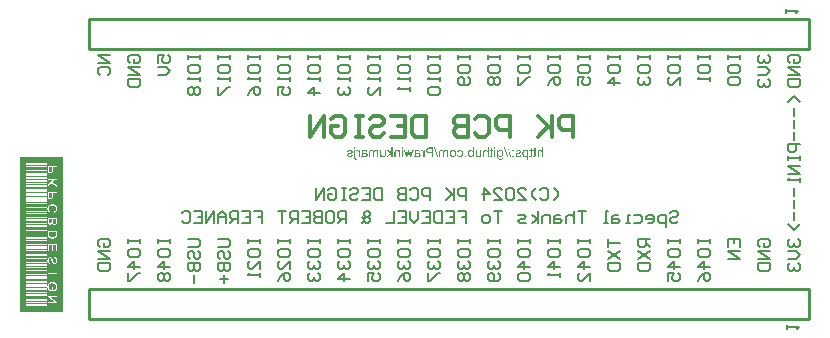
<source format=gbo>
G04*
G04 #@! TF.GenerationSoftware,Altium Limited,Altium Designer,24.1.2 (44)*
G04*
G04 Layer_Color=32896*
%FSLAX25Y25*%
%MOIN*%
G70*
G04*
G04 #@! TF.SameCoordinates,315B69A6-1E16-4325-8669-EC2AC127E6FB*
G04*
G04*
G04 #@! TF.FilePolarity,Positive*
G04*
G01*
G75*
%ADD11C,0.00600*%
%ADD61C,0.01200*%
%ADD78C,0.01000*%
G36*
X21500Y2249D02*
X7034D01*
Y54000D01*
X21500D01*
Y2249D01*
D02*
G37*
G36*
X165593Y56687D02*
X165201D01*
Y57135D01*
X165593D01*
Y56687D01*
D02*
G37*
G36*
X134792Y56687D02*
X134399D01*
Y57135D01*
X134792D01*
Y56687D01*
D02*
G37*
G36*
X118899Y56678D02*
X118506D01*
Y57135D01*
X118899D01*
Y56678D01*
D02*
G37*
G36*
X158395Y53938D02*
X158030D01*
Y54229D01*
X157984Y54169D01*
X157938Y54118D01*
X157887Y54072D01*
X157832Y54030D01*
X157781Y53998D01*
X157726Y53970D01*
X157675Y53947D01*
X157624Y53929D01*
X157531Y53905D01*
X157490Y53896D01*
X157457Y53892D01*
X157430D01*
X157407Y53887D01*
X157388D01*
X157314Y53892D01*
X157240Y53901D01*
X157171Y53915D01*
X157106Y53938D01*
X156982Y53989D01*
X156931Y54021D01*
X156880Y54049D01*
X156834Y54081D01*
X156797Y54109D01*
X156764Y54137D01*
X156732Y54160D01*
X156709Y54183D01*
X156695Y54197D01*
X156686Y54206D01*
X156681Y54210D01*
X156631Y54275D01*
X156584Y54344D01*
X156543Y54414D01*
X156510Y54492D01*
X156483Y54566D01*
X156460Y54645D01*
X156423Y54793D01*
X156409Y54862D01*
X156400Y54927D01*
X156395Y54982D01*
X156390Y55033D01*
X156386Y55074D01*
Y55102D01*
Y55125D01*
Y55130D01*
X156390Y55222D01*
X156395Y55310D01*
X156409Y55388D01*
X156423Y55458D01*
X156437Y55518D01*
X156446Y55564D01*
X156450Y55578D01*
X156455Y55592D01*
X156460Y55596D01*
Y55601D01*
X156487Y55680D01*
X156520Y55753D01*
X156552Y55818D01*
X156584Y55874D01*
X156612Y55915D01*
X156635Y55948D01*
X156649Y55971D01*
X156654Y55975D01*
X156700Y56031D01*
X156755Y56081D01*
X156806Y56123D01*
X156857Y56156D01*
X156898Y56183D01*
X156936Y56206D01*
X156959Y56216D01*
X156968Y56220D01*
X157037Y56248D01*
X157111Y56271D01*
X157180Y56285D01*
X157240Y56299D01*
X157291Y56303D01*
X157333Y56308D01*
X157370D01*
X157439Y56303D01*
X157508Y56294D01*
X157573Y56280D01*
X157633Y56257D01*
X157739Y56211D01*
X157832Y56151D01*
X157869Y56123D01*
X157906Y56095D01*
X157933Y56068D01*
X157957Y56045D01*
X157980Y56021D01*
X157993Y56008D01*
X157998Y55998D01*
X158003Y55994D01*
Y57135D01*
X158395D01*
Y53938D01*
D02*
G37*
G36*
X181500D02*
X181107D01*
Y55204D01*
X181103Y55301D01*
X181098Y55384D01*
X181089Y55458D01*
X181075Y55518D01*
X181061Y55564D01*
X181052Y55601D01*
X181047Y55620D01*
X181043Y55629D01*
X181015Y55684D01*
X180983Y55735D01*
X180946Y55777D01*
X180909Y55814D01*
X180876Y55841D01*
X180849Y55860D01*
X180830Y55874D01*
X180825Y55878D01*
X180765Y55911D01*
X180710Y55934D01*
X180655Y55948D01*
X180608Y55961D01*
X180562Y55966D01*
X180530Y55971D01*
X180502D01*
X180419Y55966D01*
X180345Y55948D01*
X180285Y55929D01*
X180234Y55901D01*
X180192Y55878D01*
X180165Y55855D01*
X180146Y55837D01*
X180142Y55832D01*
X180100Y55777D01*
X180068Y55707D01*
X180045Y55638D01*
X180026Y55569D01*
X180017Y55504D01*
X180012Y55453D01*
Y55435D01*
Y55421D01*
Y55412D01*
Y55407D01*
Y53938D01*
X179620D01*
Y55402D01*
X179624Y55523D01*
X179633Y55629D01*
X179647Y55717D01*
X179661Y55791D01*
X179675Y55850D01*
X179689Y55892D01*
X179698Y55915D01*
X179703Y55924D01*
X179740Y55989D01*
X179781Y56045D01*
X179828Y56091D01*
X179869Y56132D01*
X179911Y56165D01*
X179943Y56188D01*
X179966Y56202D01*
X179975Y56206D01*
X180049Y56239D01*
X180123Y56266D01*
X180197Y56285D01*
X180266Y56294D01*
X180326Y56303D01*
X180377Y56308D01*
X180419D01*
X180493Y56303D01*
X180567Y56294D01*
X180636Y56280D01*
X180701Y56257D01*
X180821Y56206D01*
X180872Y56179D01*
X180918Y56151D01*
X180959Y56119D01*
X181001Y56091D01*
X181033Y56063D01*
X181056Y56040D01*
X181080Y56017D01*
X181093Y56003D01*
X181103Y55994D01*
X181107Y55989D01*
Y57135D01*
X181500D01*
Y53938D01*
D02*
G37*
G36*
X163357D02*
X162965D01*
Y55204D01*
X162960Y55301D01*
X162955Y55384D01*
X162946Y55458D01*
X162932Y55518D01*
X162918Y55564D01*
X162909Y55601D01*
X162905Y55620D01*
X162900Y55629D01*
X162872Y55684D01*
X162840Y55735D01*
X162803Y55777D01*
X162766Y55814D01*
X162734Y55841D01*
X162706Y55860D01*
X162687Y55874D01*
X162683Y55878D01*
X162623Y55911D01*
X162567Y55934D01*
X162512Y55948D01*
X162466Y55961D01*
X162419Y55966D01*
X162387Y55971D01*
X162359D01*
X162276Y55966D01*
X162202Y55948D01*
X162142Y55929D01*
X162091Y55901D01*
X162050Y55878D01*
X162022Y55855D01*
X162004Y55837D01*
X161999Y55832D01*
X161957Y55777D01*
X161925Y55707D01*
X161902Y55638D01*
X161883Y55569D01*
X161874Y55504D01*
X161870Y55453D01*
Y55435D01*
Y55421D01*
Y55412D01*
Y55407D01*
Y53938D01*
X161477D01*
Y55402D01*
X161481Y55523D01*
X161491Y55629D01*
X161505Y55717D01*
X161519Y55791D01*
X161532Y55850D01*
X161546Y55892D01*
X161556Y55915D01*
X161560Y55924D01*
X161597Y55989D01*
X161639Y56045D01*
X161685Y56091D01*
X161726Y56132D01*
X161768Y56165D01*
X161800Y56188D01*
X161823Y56202D01*
X161833Y56206D01*
X161907Y56239D01*
X161980Y56266D01*
X162054Y56285D01*
X162124Y56294D01*
X162184Y56303D01*
X162235Y56308D01*
X162276D01*
X162350Y56303D01*
X162424Y56294D01*
X162493Y56280D01*
X162558Y56257D01*
X162678Y56206D01*
X162729Y56179D01*
X162775Y56151D01*
X162817Y56119D01*
X162858Y56091D01*
X162891Y56063D01*
X162914Y56040D01*
X162937Y56017D01*
X162951Y56003D01*
X162960Y55994D01*
X162965Y55989D01*
Y57135D01*
X163357D01*
Y53938D01*
D02*
G37*
G36*
X167340Y56303D02*
X167441Y56285D01*
X167534Y56257D01*
X167612Y56229D01*
X167677Y56202D01*
X167723Y56174D01*
X167742Y56165D01*
X167755Y56156D01*
X167760Y56151D01*
X167765D01*
X167843Y56091D01*
X167913Y56017D01*
X167973Y55948D01*
X168024Y55878D01*
X168060Y55814D01*
X168088Y55763D01*
X168097Y55744D01*
X168107Y55730D01*
X168111Y55721D01*
Y55717D01*
X168153Y55610D01*
X168181Y55504D01*
X168204Y55402D01*
X168218Y55310D01*
X168227Y55227D01*
Y55194D01*
X168231Y55162D01*
Y55139D01*
Y55121D01*
Y55111D01*
Y55107D01*
X168227Y55019D01*
X168222Y54931D01*
X168190Y54774D01*
X168171Y54700D01*
X168148Y54636D01*
X168125Y54571D01*
X168102Y54515D01*
X168079Y54460D01*
X168056Y54414D01*
X168033Y54377D01*
X168014Y54340D01*
X167996Y54317D01*
X167982Y54294D01*
X167977Y54284D01*
X167973Y54280D01*
X167922Y54220D01*
X167866Y54169D01*
X167806Y54123D01*
X167746Y54081D01*
X167682Y54049D01*
X167622Y54021D01*
X167561Y53998D01*
X167501Y53979D01*
X167446Y53966D01*
X167395Y53956D01*
X167349Y53947D01*
X167307Y53943D01*
X167275D01*
X167252Y53938D01*
X167229D01*
X167159Y53943D01*
X167090Y53952D01*
X167025Y53966D01*
X166965Y53984D01*
X166859Y54035D01*
X166762Y54090D01*
X166725Y54118D01*
X166688Y54146D01*
X166656Y54173D01*
X166633Y54197D01*
X166614Y54215D01*
X166601Y54229D01*
X166591Y54238D01*
X166587Y54243D01*
Y54173D01*
Y54113D01*
X166591Y54053D01*
Y54002D01*
Y53956D01*
X166596Y53915D01*
Y53878D01*
X166601Y53846D01*
X166605Y53799D01*
X166610Y53762D01*
X166614Y53744D01*
Y53739D01*
X166638Y53670D01*
X166670Y53610D01*
X166702Y53559D01*
X166735Y53513D01*
X166767Y53480D01*
X166795Y53453D01*
X166813Y53439D01*
X166818Y53434D01*
X166878Y53397D01*
X166947Y53370D01*
X167016Y53351D01*
X167081Y53337D01*
X167146Y53328D01*
X167192Y53323D01*
X167238D01*
X167326Y53328D01*
X167409Y53342D01*
X167478Y53360D01*
X167534Y53383D01*
X167580Y53402D01*
X167612Y53420D01*
X167631Y53434D01*
X167640Y53439D01*
X167677Y53471D01*
X167705Y53513D01*
X167728Y53554D01*
X167746Y53596D01*
X167755Y53638D01*
X167765Y53670D01*
X167769Y53688D01*
Y53698D01*
X168153Y53748D01*
Y53679D01*
X168144Y53619D01*
X168134Y53559D01*
X168121Y53504D01*
X168079Y53407D01*
X168033Y53328D01*
X167987Y53268D01*
X167949Y53226D01*
X167917Y53199D01*
X167913Y53194D01*
X167908Y53189D01*
X167806Y53125D01*
X167695Y53079D01*
X167585Y53046D01*
X167478Y53023D01*
X167428Y53014D01*
X167381Y53009D01*
X167344Y53005D01*
X167307D01*
X167280Y53000D01*
X167238D01*
X167113Y53005D01*
X166998Y53023D01*
X166896Y53042D01*
X166813Y53069D01*
X166744Y53092D01*
X166716Y53102D01*
X166693Y53115D01*
X166674Y53120D01*
X166661Y53129D01*
X166656Y53134D01*
X166651D01*
X166568Y53185D01*
X166494Y53245D01*
X166434Y53305D01*
X166383Y53360D01*
X166346Y53411D01*
X166323Y53453D01*
X166305Y53480D01*
X166300Y53485D01*
Y53490D01*
X166282Y53536D01*
X166263Y53587D01*
X166249Y53642D01*
X166235Y53702D01*
X166217Y53832D01*
X166203Y53956D01*
X166199Y54016D01*
X166194Y54072D01*
Y54123D01*
X166189Y54164D01*
Y54201D01*
Y54229D01*
Y54247D01*
Y54252D01*
Y56257D01*
X166550D01*
Y55971D01*
X166601Y56031D01*
X166656Y56081D01*
X166711Y56128D01*
X166767Y56165D01*
X166827Y56197D01*
X166882Y56225D01*
X166938Y56248D01*
X166989Y56266D01*
X167039Y56280D01*
X167086Y56289D01*
X167127Y56299D01*
X167159Y56303D01*
X167187Y56308D01*
X167229D01*
X167340Y56303D01*
D02*
G37*
G36*
X148971Y56303D02*
X149049Y56289D01*
X149118Y56276D01*
X149179Y56257D01*
X149229Y56234D01*
X149266Y56220D01*
X149289Y56206D01*
X149299Y56202D01*
X149363Y56160D01*
X149419Y56114D01*
X149469Y56068D01*
X149511Y56021D01*
X149543Y55984D01*
X149571Y55952D01*
X149585Y55934D01*
X149590Y55924D01*
Y56257D01*
X149941D01*
Y53938D01*
X149548D01*
Y55139D01*
X149543Y55250D01*
X149539Y55347D01*
X149530Y55430D01*
X149516Y55499D01*
X149502Y55550D01*
X149493Y55587D01*
X149488Y55610D01*
X149483Y55620D01*
X149456Y55680D01*
X149423Y55730D01*
X149391Y55777D01*
X149359Y55814D01*
X149326Y55841D01*
X149303Y55860D01*
X149285Y55874D01*
X149280Y55878D01*
X149225Y55906D01*
X149174Y55929D01*
X149118Y55943D01*
X149072Y55957D01*
X149035Y55961D01*
X149003Y55966D01*
X148975D01*
X148897Y55961D01*
X148832Y55948D01*
X148776Y55924D01*
X148735Y55901D01*
X148703Y55874D01*
X148679Y55855D01*
X148666Y55837D01*
X148661Y55832D01*
X148629Y55777D01*
X148606Y55717D01*
X148587Y55652D01*
X148578Y55587D01*
X148569Y55532D01*
X148564Y55481D01*
Y55462D01*
Y55453D01*
Y55444D01*
Y55439D01*
Y53938D01*
X148171D01*
Y55282D01*
X148162Y55407D01*
X148144Y55513D01*
X148120Y55601D01*
X148088Y55675D01*
X148060Y55730D01*
X148033Y55767D01*
X148014Y55791D01*
X148010Y55800D01*
X147945Y55855D01*
X147876Y55897D01*
X147806Y55924D01*
X147742Y55948D01*
X147686Y55957D01*
X147640Y55961D01*
X147622Y55966D01*
X147598D01*
X147548Y55961D01*
X147506Y55957D01*
X147465Y55948D01*
X147432Y55934D01*
X147400Y55920D01*
X147381Y55911D01*
X147367Y55906D01*
X147363Y55901D01*
X147326Y55874D01*
X147298Y55846D01*
X147275Y55818D01*
X147257Y55791D01*
X147243Y55767D01*
X147233Y55749D01*
X147224Y55735D01*
Y55730D01*
X147210Y55689D01*
X147201Y55633D01*
X147196Y55578D01*
X147192Y55523D01*
X147187Y55472D01*
Y55430D01*
Y55402D01*
Y55398D01*
Y55393D01*
Y53938D01*
X146795D01*
Y55527D01*
Y55601D01*
X146804Y55666D01*
X146813Y55730D01*
X146822Y55786D01*
X146836Y55841D01*
X146855Y55888D01*
X146869Y55929D01*
X146887Y55971D01*
X146905Y56003D01*
X146919Y56035D01*
X146952Y56077D01*
X146970Y56105D01*
X146979Y56114D01*
X147053Y56178D01*
X147141Y56225D01*
X147229Y56262D01*
X147312Y56285D01*
X147390Y56299D01*
X147423Y56303D01*
X147455D01*
X147478Y56308D01*
X147511D01*
X147594Y56303D01*
X147668Y56289D01*
X147742Y56271D01*
X147811Y56243D01*
X147876Y56211D01*
X147936Y56178D01*
X147986Y56142D01*
X148037Y56105D01*
X148083Y56063D01*
X148120Y56026D01*
X148153Y55994D01*
X148181Y55961D01*
X148204Y55934D01*
X148217Y55915D01*
X148227Y55901D01*
X148231Y55897D01*
X148259Y55966D01*
X148296Y56026D01*
X148338Y56077D01*
X148375Y56119D01*
X148412Y56155D01*
X148439Y56178D01*
X148458Y56192D01*
X148467Y56197D01*
X148532Y56234D01*
X148601Y56262D01*
X148670Y56280D01*
X148740Y56294D01*
X148795Y56303D01*
X148846Y56308D01*
X148887D01*
X148971Y56303D01*
D02*
G37*
G36*
X125626D02*
X125704Y56289D01*
X125774Y56276D01*
X125834Y56257D01*
X125884Y56234D01*
X125921Y56220D01*
X125944Y56206D01*
X125954Y56202D01*
X126018Y56160D01*
X126074Y56114D01*
X126125Y56068D01*
X126166Y56021D01*
X126199Y55984D01*
X126226Y55952D01*
X126240Y55934D01*
X126245Y55924D01*
Y56257D01*
X126596D01*
Y53938D01*
X126203D01*
Y55139D01*
X126199Y55250D01*
X126194Y55347D01*
X126185Y55430D01*
X126171Y55499D01*
X126157Y55550D01*
X126148Y55587D01*
X126143Y55610D01*
X126138Y55620D01*
X126111Y55680D01*
X126078Y55730D01*
X126046Y55777D01*
X126014Y55814D01*
X125981Y55841D01*
X125958Y55860D01*
X125940Y55874D01*
X125935Y55878D01*
X125880Y55906D01*
X125829Y55929D01*
X125774Y55943D01*
X125727Y55957D01*
X125690Y55961D01*
X125658Y55966D01*
X125630D01*
X125552Y55961D01*
X125487Y55948D01*
X125432Y55924D01*
X125390Y55901D01*
X125358Y55874D01*
X125335Y55855D01*
X125321Y55837D01*
X125316Y55832D01*
X125284Y55777D01*
X125261Y55717D01*
X125242Y55652D01*
X125233Y55587D01*
X125224Y55532D01*
X125219Y55481D01*
Y55462D01*
Y55453D01*
Y55444D01*
Y55439D01*
Y53938D01*
X124827D01*
Y55282D01*
X124817Y55407D01*
X124799Y55513D01*
X124776Y55601D01*
X124743Y55675D01*
X124716Y55730D01*
X124688Y55767D01*
X124669Y55791D01*
X124665Y55800D01*
X124600Y55855D01*
X124531Y55897D01*
X124461Y55924D01*
X124397Y55948D01*
X124341Y55957D01*
X124295Y55961D01*
X124277Y55966D01*
X124254D01*
X124203Y55961D01*
X124161Y55957D01*
X124120Y55948D01*
X124087Y55934D01*
X124055Y55920D01*
X124036Y55911D01*
X124023Y55906D01*
X124018Y55901D01*
X123981Y55874D01*
X123953Y55846D01*
X123930Y55818D01*
X123912Y55791D01*
X123898Y55767D01*
X123889Y55749D01*
X123879Y55735D01*
Y55730D01*
X123865Y55689D01*
X123856Y55633D01*
X123852Y55578D01*
X123847Y55523D01*
X123842Y55472D01*
Y55430D01*
Y55402D01*
Y55398D01*
Y55393D01*
Y53938D01*
X123450D01*
Y55527D01*
Y55601D01*
X123459Y55666D01*
X123468Y55730D01*
X123477Y55786D01*
X123491Y55841D01*
X123510Y55888D01*
X123524Y55929D01*
X123542Y55971D01*
X123561Y56003D01*
X123574Y56035D01*
X123607Y56077D01*
X123625Y56105D01*
X123635Y56114D01*
X123708Y56178D01*
X123796Y56225D01*
X123884Y56262D01*
X123967Y56285D01*
X124046Y56299D01*
X124078Y56303D01*
X124110D01*
X124134Y56308D01*
X124166D01*
X124249Y56303D01*
X124323Y56289D01*
X124397Y56271D01*
X124466Y56243D01*
X124531Y56211D01*
X124591Y56178D01*
X124642Y56142D01*
X124692Y56105D01*
X124739Y56063D01*
X124776Y56026D01*
X124808Y55994D01*
X124836Y55961D01*
X124859Y55934D01*
X124873Y55915D01*
X124882Y55901D01*
X124887Y55897D01*
X124914Y55966D01*
X124951Y56026D01*
X124993Y56077D01*
X125030Y56119D01*
X125067Y56155D01*
X125094Y56178D01*
X125113Y56192D01*
X125122Y56197D01*
X125187Y56234D01*
X125256Y56262D01*
X125325Y56280D01*
X125395Y56294D01*
X125450Y56303D01*
X125501Y56308D01*
X125543D01*
X125626Y56303D01*
D02*
G37*
G36*
X171701Y55809D02*
X171253D01*
Y56257D01*
X171701D01*
Y55809D01*
D02*
G37*
G36*
X139634Y56303D02*
X139731Y56294D01*
X139823Y56280D01*
X139897Y56266D01*
X139962Y56252D01*
X140008Y56239D01*
X140026Y56234D01*
X140040Y56229D01*
X140045Y56225D01*
X140049D01*
X140128Y56192D01*
X140197Y56151D01*
X140257Y56114D01*
X140308Y56077D01*
X140345Y56040D01*
X140373Y56012D01*
X140391Y55994D01*
X140396Y55989D01*
X140437Y55929D01*
X140474Y55864D01*
X140502Y55800D01*
X140525Y55740D01*
X140544Y55680D01*
X140558Y55638D01*
X140562Y55620D01*
Y55606D01*
X140567Y55601D01*
Y55596D01*
X140183Y55546D01*
X140156Y55629D01*
X140128Y55703D01*
X140096Y55763D01*
X140068Y55809D01*
X140040Y55846D01*
X140017Y55869D01*
X139998Y55883D01*
X139994Y55888D01*
X139938Y55920D01*
X139874Y55943D01*
X139804Y55961D01*
X139740Y55971D01*
X139675Y55980D01*
X139629Y55984D01*
X139583D01*
X139477Y55980D01*
X139384Y55966D01*
X139310Y55943D01*
X139245Y55920D01*
X139199Y55892D01*
X139162Y55874D01*
X139139Y55855D01*
X139135Y55850D01*
X139098Y55809D01*
X139070Y55758D01*
X139047Y55703D01*
X139033Y55647D01*
X139024Y55596D01*
X139019Y55550D01*
Y55523D01*
Y55518D01*
Y55513D01*
Y55504D01*
Y55486D01*
Y55453D01*
X139024Y55426D01*
Y55416D01*
Y55412D01*
X139070Y55398D01*
X139121Y55384D01*
X139227Y55356D01*
X139347Y55333D01*
X139458Y55310D01*
X139513Y55301D01*
X139564Y55296D01*
X139611Y55287D01*
X139647Y55282D01*
X139680Y55278D01*
X139703D01*
X139721Y55273D01*
X139726D01*
X139809Y55264D01*
X139878Y55250D01*
X139938Y55241D01*
X139985Y55231D01*
X140022Y55227D01*
X140049Y55218D01*
X140068Y55213D01*
X140073D01*
X140132Y55194D01*
X140183Y55176D01*
X140234Y55153D01*
X140276Y55134D01*
X140313Y55116D01*
X140336Y55098D01*
X140354Y55088D01*
X140359Y55084D01*
X140405Y55051D01*
X140442Y55014D01*
X140479Y54977D01*
X140507Y54940D01*
X140530Y54908D01*
X140548Y54880D01*
X140558Y54862D01*
X140562Y54857D01*
X140585Y54806D01*
X140604Y54751D01*
X140618Y54700D01*
X140627Y54649D01*
X140631Y54608D01*
X140636Y54575D01*
Y54557D01*
Y54548D01*
X140631Y54492D01*
X140627Y54446D01*
X140604Y54349D01*
X140571Y54270D01*
X140534Y54201D01*
X140498Y54146D01*
X140465Y54104D01*
X140442Y54081D01*
X140433Y54072D01*
X140350Y54012D01*
X140257Y53966D01*
X140156Y53933D01*
X140063Y53910D01*
X139980Y53896D01*
X139943Y53892D01*
X139911D01*
X139883Y53887D01*
X139846D01*
X139763Y53892D01*
X139680Y53901D01*
X139606Y53910D01*
X139541Y53924D01*
X139490Y53938D01*
X139449Y53952D01*
X139421Y53956D01*
X139412Y53961D01*
X139333Y53993D01*
X139259Y54035D01*
X139190Y54081D01*
X139121Y54123D01*
X139065Y54164D01*
X139024Y54197D01*
X138996Y54220D01*
X138991Y54229D01*
X138987D01*
X138978Y54169D01*
X138968Y54113D01*
X138959Y54063D01*
X138945Y54021D01*
X138931Y53984D01*
X138922Y53961D01*
X138918Y53943D01*
X138913Y53938D01*
X138502D01*
X138525Y53989D01*
X138548Y54040D01*
X138566Y54086D01*
X138576Y54127D01*
X138589Y54164D01*
X138594Y54192D01*
X138599Y54210D01*
Y54215D01*
X138603Y54247D01*
X138608Y54289D01*
Y54335D01*
X138612Y54386D01*
X138617Y54501D01*
Y54617D01*
X138622Y54728D01*
Y54779D01*
Y54820D01*
Y54857D01*
Y54885D01*
Y54903D01*
Y54908D01*
Y55435D01*
Y55523D01*
X138626Y55601D01*
X138631Y55661D01*
Y55712D01*
X138636Y55749D01*
X138640Y55777D01*
X138645Y55791D01*
Y55795D01*
X138659Y55855D01*
X138677Y55906D01*
X138696Y55948D01*
X138719Y55989D01*
X138737Y56017D01*
X138751Y56040D01*
X138760Y56054D01*
X138765Y56058D01*
X138802Y56095D01*
X138844Y56132D01*
X138890Y56160D01*
X138936Y56188D01*
X138978Y56206D01*
X139010Y56220D01*
X139033Y56229D01*
X139042Y56234D01*
X139116Y56257D01*
X139195Y56276D01*
X139273Y56289D01*
X139352Y56299D01*
X139421Y56303D01*
X139472Y56308D01*
X139523D01*
X139634Y56303D01*
D02*
G37*
G36*
X121999D02*
X122096Y56294D01*
X122188Y56280D01*
X122262Y56266D01*
X122327Y56252D01*
X122373Y56239D01*
X122392Y56234D01*
X122406Y56229D01*
X122410Y56225D01*
X122415D01*
X122493Y56192D01*
X122563Y56151D01*
X122623Y56114D01*
X122673Y56077D01*
X122711Y56040D01*
X122738Y56012D01*
X122757Y55994D01*
X122761Y55989D01*
X122803Y55929D01*
X122840Y55864D01*
X122868Y55800D01*
X122891Y55740D01*
X122909Y55680D01*
X122923Y55638D01*
X122928Y55620D01*
Y55606D01*
X122932Y55601D01*
Y55596D01*
X122549Y55546D01*
X122521Y55629D01*
X122493Y55703D01*
X122461Y55763D01*
X122433Y55809D01*
X122406Y55846D01*
X122382Y55869D01*
X122364Y55883D01*
X122359Y55888D01*
X122304Y55920D01*
X122239Y55943D01*
X122170Y55961D01*
X122105Y55971D01*
X122041Y55980D01*
X121994Y55984D01*
X121948D01*
X121842Y55980D01*
X121749Y55966D01*
X121676Y55943D01*
X121611Y55920D01*
X121565Y55892D01*
X121528Y55874D01*
X121505Y55855D01*
X121500Y55850D01*
X121463Y55809D01*
X121435Y55758D01*
X121412Y55703D01*
X121398Y55647D01*
X121389Y55596D01*
X121385Y55550D01*
Y55523D01*
Y55518D01*
Y55513D01*
Y55504D01*
Y55486D01*
Y55453D01*
X121389Y55426D01*
Y55416D01*
Y55412D01*
X121435Y55398D01*
X121486Y55384D01*
X121592Y55356D01*
X121713Y55333D01*
X121824Y55310D01*
X121879Y55301D01*
X121930Y55296D01*
X121976Y55287D01*
X122013Y55282D01*
X122045Y55278D01*
X122068D01*
X122087Y55273D01*
X122091D01*
X122175Y55264D01*
X122244Y55250D01*
X122304Y55241D01*
X122350Y55231D01*
X122387Y55227D01*
X122415Y55218D01*
X122433Y55213D01*
X122438D01*
X122498Y55194D01*
X122549Y55176D01*
X122600Y55153D01*
X122641Y55134D01*
X122678Y55116D01*
X122701Y55098D01*
X122720Y55088D01*
X122724Y55084D01*
X122771Y55051D01*
X122808Y55014D01*
X122845Y54977D01*
X122872Y54940D01*
X122895Y54908D01*
X122914Y54880D01*
X122923Y54862D01*
X122928Y54857D01*
X122951Y54806D01*
X122969Y54751D01*
X122983Y54700D01*
X122992Y54649D01*
X122997Y54608D01*
X123002Y54575D01*
Y54557D01*
Y54548D01*
X122997Y54492D01*
X122992Y54446D01*
X122969Y54349D01*
X122937Y54270D01*
X122900Y54201D01*
X122863Y54146D01*
X122831Y54104D01*
X122808Y54081D01*
X122798Y54072D01*
X122715Y54012D01*
X122623Y53966D01*
X122521Y53933D01*
X122429Y53910D01*
X122345Y53896D01*
X122309Y53892D01*
X122276D01*
X122248Y53887D01*
X122212D01*
X122128Y53892D01*
X122045Y53901D01*
X121971Y53910D01*
X121907Y53924D01*
X121856Y53938D01*
X121814Y53952D01*
X121786Y53956D01*
X121777Y53961D01*
X121699Y53993D01*
X121625Y54035D01*
X121555Y54081D01*
X121486Y54123D01*
X121431Y54164D01*
X121389Y54197D01*
X121361Y54220D01*
X121357Y54229D01*
X121352D01*
X121343Y54169D01*
X121334Y54113D01*
X121325Y54063D01*
X121311Y54021D01*
X121297Y53984D01*
X121288Y53961D01*
X121283Y53943D01*
X121278Y53938D01*
X120867D01*
X120890Y53989D01*
X120913Y54040D01*
X120932Y54086D01*
X120941Y54127D01*
X120955Y54164D01*
X120959Y54192D01*
X120964Y54210D01*
Y54215D01*
X120969Y54247D01*
X120973Y54289D01*
Y54335D01*
X120978Y54386D01*
X120983Y54501D01*
Y54617D01*
X120987Y54728D01*
Y54779D01*
Y54820D01*
Y54857D01*
Y54885D01*
Y54903D01*
Y54908D01*
Y55435D01*
Y55523D01*
X120992Y55601D01*
X120996Y55661D01*
Y55712D01*
X121001Y55749D01*
X121006Y55777D01*
X121010Y55791D01*
Y55795D01*
X121024Y55855D01*
X121043Y55906D01*
X121061Y55948D01*
X121084Y55989D01*
X121103Y56017D01*
X121117Y56040D01*
X121126Y56054D01*
X121131Y56058D01*
X121167Y56095D01*
X121209Y56132D01*
X121255Y56160D01*
X121301Y56188D01*
X121343Y56206D01*
X121375Y56220D01*
X121398Y56229D01*
X121408Y56234D01*
X121482Y56257D01*
X121560Y56276D01*
X121639Y56289D01*
X121717Y56299D01*
X121786Y56303D01*
X121837Y56308D01*
X121888D01*
X121999Y56303D01*
D02*
G37*
G36*
X131313Y53938D02*
X130920D01*
Y54857D01*
X130648Y55121D01*
X129876Y53938D01*
X129391D01*
X130370Y55393D01*
X129479Y56257D01*
X129992D01*
X130920Y55310D01*
Y57135D01*
X131313D01*
Y53938D01*
D02*
G37*
G36*
X137601D02*
X137185D01*
X136718Y55721D01*
X136626Y55324D01*
X136256Y53938D01*
X135854D01*
X135124Y56257D01*
X135508D01*
X135905Y54913D01*
X136039Y54465D01*
X136155Y54908D01*
X136501Y56257D01*
X136903D01*
X137273Y54894D01*
X137291Y54816D01*
X137310Y54746D01*
X137324Y54686D01*
X137337Y54636D01*
X137351Y54589D01*
X137361Y54552D01*
X137370Y54520D01*
X137374Y54492D01*
X137379Y54469D01*
X137384Y54455D01*
X137388Y54432D01*
X137393Y54423D01*
Y54418D01*
X137522Y54917D01*
X137892Y56257D01*
X138303D01*
X137601Y53938D01*
D02*
G37*
G36*
X178950Y56830D02*
Y56257D01*
X179241D01*
Y55952D01*
X178950D01*
Y54612D01*
Y54548D01*
Y54492D01*
X178945Y54441D01*
X178940Y54391D01*
Y54349D01*
X178936Y54312D01*
X178927Y54252D01*
X178917Y54206D01*
X178913Y54173D01*
X178904Y54155D01*
Y54150D01*
X178885Y54109D01*
X178857Y54076D01*
X178830Y54044D01*
X178806Y54021D01*
X178779Y53998D01*
X178760Y53984D01*
X178746Y53975D01*
X178742Y53970D01*
X178691Y53947D01*
X178640Y53933D01*
X178585Y53919D01*
X178529Y53915D01*
X178483Y53910D01*
X178446Y53905D01*
X178409D01*
X178308Y53910D01*
X178257Y53915D01*
X178211Y53924D01*
X178169Y53929D01*
X178137Y53933D01*
X178118Y53938D01*
X178109D01*
X178160Y54284D01*
X178197Y54280D01*
X178234Y54275D01*
X178266D01*
X178289Y54270D01*
X178335D01*
X178395Y54275D01*
X178437Y54284D01*
X178460Y54294D01*
X178469Y54298D01*
X178502Y54321D01*
X178520Y54344D01*
X178534Y54363D01*
X178539Y54372D01*
X178543Y54395D01*
X178548Y54428D01*
X178552Y54501D01*
X178557Y54534D01*
Y54562D01*
Y54580D01*
Y54589D01*
Y55952D01*
X178160D01*
Y56257D01*
X178557D01*
Y57066D01*
X178950Y56830D01*
D02*
G37*
G36*
X177707D02*
Y56257D01*
X177998D01*
Y55952D01*
X177707D01*
Y54612D01*
Y54548D01*
Y54492D01*
X177702Y54441D01*
X177698Y54391D01*
Y54349D01*
X177693Y54312D01*
X177684Y54252D01*
X177675Y54206D01*
X177670Y54173D01*
X177661Y54155D01*
Y54150D01*
X177642Y54109D01*
X177615Y54076D01*
X177587Y54044D01*
X177564Y54021D01*
X177536Y53998D01*
X177518Y53984D01*
X177504Y53975D01*
X177499Y53970D01*
X177448Y53947D01*
X177397Y53933D01*
X177342Y53919D01*
X177287Y53915D01*
X177240Y53910D01*
X177203Y53905D01*
X177166D01*
X177065Y53910D01*
X177014Y53915D01*
X176968Y53924D01*
X176926Y53929D01*
X176894Y53933D01*
X176875Y53938D01*
X176866D01*
X176917Y54284D01*
X176954Y54280D01*
X176991Y54275D01*
X177023D01*
X177046Y54270D01*
X177093D01*
X177153Y54275D01*
X177194Y54284D01*
X177217Y54294D01*
X177226Y54298D01*
X177259Y54321D01*
X177277Y54344D01*
X177291Y54363D01*
X177296Y54372D01*
X177300Y54395D01*
X177305Y54428D01*
X177310Y54501D01*
X177314Y54534D01*
Y54562D01*
Y54580D01*
Y54589D01*
Y55952D01*
X176917D01*
Y56257D01*
X177314D01*
Y57066D01*
X177707Y56830D01*
D02*
G37*
G36*
X164535D02*
Y56257D01*
X164826D01*
Y55952D01*
X164535D01*
Y54612D01*
Y54548D01*
Y54492D01*
X164531Y54441D01*
X164526Y54391D01*
Y54349D01*
X164522Y54312D01*
X164512Y54252D01*
X164503Y54206D01*
X164498Y54173D01*
X164489Y54155D01*
Y54150D01*
X164471Y54109D01*
X164443Y54076D01*
X164415Y54044D01*
X164392Y54021D01*
X164364Y53998D01*
X164346Y53984D01*
X164332Y53975D01*
X164328Y53970D01*
X164277Y53947D01*
X164226Y53933D01*
X164170Y53919D01*
X164115Y53915D01*
X164069Y53910D01*
X164032Y53905D01*
X163995D01*
X163893Y53910D01*
X163842Y53915D01*
X163796Y53924D01*
X163755Y53929D01*
X163722Y53933D01*
X163704Y53938D01*
X163695D01*
X163745Y54284D01*
X163782Y54280D01*
X163819Y54275D01*
X163852D01*
X163875Y54270D01*
X163921D01*
X163981Y54275D01*
X164023Y54284D01*
X164046Y54294D01*
X164055Y54298D01*
X164087Y54321D01*
X164106Y54344D01*
X164120Y54363D01*
X164124Y54372D01*
X164129Y54395D01*
X164133Y54428D01*
X164138Y54501D01*
X164143Y54534D01*
Y54562D01*
Y54580D01*
Y54589D01*
Y55952D01*
X163745D01*
Y56257D01*
X164143D01*
Y57066D01*
X164535Y56830D01*
D02*
G37*
G36*
X160881Y54820D02*
Y54733D01*
X160876Y54654D01*
X160872Y54594D01*
X160867Y54539D01*
Y54501D01*
X160863Y54474D01*
X160858Y54455D01*
Y54451D01*
X160844Y54391D01*
X160826Y54335D01*
X160807Y54284D01*
X160784Y54243D01*
X160765Y54206D01*
X160752Y54183D01*
X160742Y54164D01*
X160738Y54160D01*
X160701Y54118D01*
X160659Y54081D01*
X160618Y54049D01*
X160571Y54021D01*
X160534Y53998D01*
X160502Y53979D01*
X160484Y53970D01*
X160474Y53966D01*
X160405Y53938D01*
X160340Y53919D01*
X160276Y53905D01*
X160216Y53896D01*
X160165Y53892D01*
X160123Y53887D01*
X160091D01*
X160008Y53892D01*
X159925Y53905D01*
X159851Y53924D01*
X159777Y53947D01*
X159712Y53979D01*
X159652Y54012D01*
X159597Y54044D01*
X159546Y54081D01*
X159500Y54118D01*
X159463Y54150D01*
X159430Y54187D01*
X159403Y54215D01*
X159379Y54238D01*
X159366Y54257D01*
X159356Y54270D01*
X159352Y54275D01*
Y53938D01*
X159001D01*
Y56257D01*
X159393D01*
Y55014D01*
X159398Y54908D01*
X159403Y54816D01*
X159412Y54737D01*
X159426Y54672D01*
X159440Y54622D01*
X159449Y54585D01*
X159453Y54566D01*
X159458Y54557D01*
X159486Y54501D01*
X159518Y54455D01*
X159555Y54414D01*
X159592Y54377D01*
X159624Y54349D01*
X159652Y54331D01*
X159670Y54317D01*
X159680Y54312D01*
X159740Y54284D01*
X159800Y54261D01*
X159855Y54247D01*
X159906Y54233D01*
X159948Y54229D01*
X159980Y54224D01*
X160012D01*
X160077Y54229D01*
X160133Y54238D01*
X160183Y54252D01*
X160225Y54270D01*
X160262Y54284D01*
X160285Y54298D01*
X160303Y54308D01*
X160308Y54312D01*
X160350Y54349D01*
X160382Y54386D01*
X160410Y54428D01*
X160433Y54465D01*
X160447Y54501D01*
X160456Y54529D01*
X160465Y54548D01*
Y54552D01*
X160474Y54603D01*
X160479Y54663D01*
X160484Y54733D01*
Y54802D01*
X160488Y54866D01*
Y54917D01*
Y54940D01*
Y54954D01*
Y54963D01*
Y54968D01*
Y56257D01*
X160881D01*
Y54820D01*
D02*
G37*
G36*
X129086Y54820D02*
Y54733D01*
X129081Y54654D01*
X129077Y54594D01*
X129072Y54539D01*
Y54501D01*
X129068Y54474D01*
X129063Y54455D01*
Y54451D01*
X129049Y54391D01*
X129031Y54335D01*
X129012Y54284D01*
X128989Y54243D01*
X128971Y54206D01*
X128957Y54183D01*
X128947Y54164D01*
X128943Y54160D01*
X128906Y54118D01*
X128864Y54081D01*
X128823Y54049D01*
X128777Y54021D01*
X128740Y53998D01*
X128707Y53979D01*
X128689Y53970D01*
X128680Y53966D01*
X128610Y53938D01*
X128546Y53919D01*
X128481Y53905D01*
X128421Y53896D01*
X128370Y53892D01*
X128328Y53887D01*
X128296D01*
X128213Y53892D01*
X128130Y53905D01*
X128056Y53924D01*
X127982Y53947D01*
X127917Y53979D01*
X127857Y54012D01*
X127802Y54044D01*
X127751Y54081D01*
X127705Y54118D01*
X127668Y54150D01*
X127635Y54187D01*
X127608Y54215D01*
X127585Y54238D01*
X127571Y54257D01*
X127561Y54270D01*
X127557Y54275D01*
Y53938D01*
X127206D01*
Y56257D01*
X127599D01*
Y55014D01*
X127603Y54908D01*
X127608Y54816D01*
X127617Y54737D01*
X127631Y54672D01*
X127645Y54622D01*
X127654Y54585D01*
X127658Y54566D01*
X127663Y54557D01*
X127691Y54501D01*
X127723Y54455D01*
X127760Y54414D01*
X127797Y54377D01*
X127830Y54349D01*
X127857Y54331D01*
X127876Y54317D01*
X127885Y54312D01*
X127945Y54284D01*
X128005Y54261D01*
X128060Y54247D01*
X128111Y54233D01*
X128153Y54229D01*
X128185Y54224D01*
X128217D01*
X128282Y54229D01*
X128338Y54238D01*
X128389Y54252D01*
X128430Y54270D01*
X128467Y54284D01*
X128490Y54298D01*
X128509Y54307D01*
X128513Y54312D01*
X128555Y54349D01*
X128587Y54386D01*
X128615Y54428D01*
X128638Y54465D01*
X128652Y54501D01*
X128661Y54529D01*
X128670Y54548D01*
Y54552D01*
X128680Y54603D01*
X128684Y54663D01*
X128689Y54733D01*
Y54802D01*
X128693Y54866D01*
Y54917D01*
Y54940D01*
Y54954D01*
Y54963D01*
Y54968D01*
Y56257D01*
X129086D01*
Y54820D01*
D02*
G37*
G36*
X153831Y56303D02*
X153932Y56285D01*
X154030Y56262D01*
X154108Y56239D01*
X154177Y56211D01*
X154205Y56197D01*
X154228Y56188D01*
X154247Y56179D01*
X154261Y56169D01*
X154270Y56165D01*
X154274D01*
X154362Y56109D01*
X154441Y56040D01*
X154505Y55971D01*
X154561Y55901D01*
X154602Y55841D01*
X154630Y55791D01*
X154639Y55772D01*
X154649Y55758D01*
X154653Y55749D01*
Y55744D01*
X154695Y55633D01*
X154722Y55523D01*
X154746Y55412D01*
X154759Y55310D01*
X154764Y55264D01*
X154769Y55222D01*
Y55185D01*
X154773Y55153D01*
Y55125D01*
Y55107D01*
Y55093D01*
Y55088D01*
X154769Y54982D01*
X154759Y54885D01*
X154746Y54788D01*
X154727Y54705D01*
X154709Y54622D01*
X154681Y54552D01*
X154658Y54483D01*
X154630Y54423D01*
X154602Y54372D01*
X154579Y54326D01*
X154551Y54284D01*
X154533Y54252D01*
X154515Y54229D01*
X154501Y54210D01*
X154491Y54201D01*
X154487Y54197D01*
X154431Y54141D01*
X154371Y54095D01*
X154311Y54053D01*
X154247Y54016D01*
X154182Y53989D01*
X154122Y53961D01*
X153997Y53924D01*
X153942Y53915D01*
X153891Y53905D01*
X153845Y53896D01*
X153803Y53892D01*
X153771Y53887D01*
X153725D01*
X153655Y53892D01*
X153586Y53896D01*
X153466Y53924D01*
X153355Y53956D01*
X153263Y53998D01*
X153226Y54021D01*
X153189Y54040D01*
X153156Y54058D01*
X153133Y54076D01*
X153115Y54090D01*
X153101Y54100D01*
X153092Y54104D01*
X153087Y54109D01*
X153041Y54155D01*
X152999Y54201D01*
X152925Y54303D01*
X152865Y54409D01*
X152824Y54506D01*
X152791Y54598D01*
X152782Y54636D01*
X152773Y54672D01*
X152768Y54700D01*
X152764Y54719D01*
X152759Y54733D01*
Y54737D01*
X153147Y54788D01*
X153165Y54686D01*
X153193Y54594D01*
X153230Y54520D01*
X153263Y54460D01*
X153295Y54409D01*
X153323Y54377D01*
X153337Y54354D01*
X153346Y54349D01*
X153406Y54303D01*
X153471Y54270D01*
X153535Y54243D01*
X153595Y54229D01*
X153646Y54220D01*
X153692Y54215D01*
X153720Y54210D01*
X153729D01*
X153780Y54215D01*
X153831Y54220D01*
X153923Y54243D01*
X154002Y54275D01*
X154071Y54317D01*
X154122Y54354D01*
X154164Y54386D01*
X154187Y54409D01*
X154196Y54418D01*
X154228Y54460D01*
X154256Y54511D01*
X154297Y54612D01*
X154330Y54728D01*
X154348Y54839D01*
X154362Y54940D01*
X154367Y54982D01*
Y55024D01*
X154371Y55051D01*
Y55079D01*
Y55093D01*
Y55098D01*
Y55181D01*
X154362Y55259D01*
X154353Y55333D01*
X154344Y55398D01*
X154330Y55458D01*
X154311Y55513D01*
X154297Y55564D01*
X154279Y55610D01*
X154261Y55647D01*
X154247Y55680D01*
X154228Y55707D01*
X154214Y55730D01*
X154205Y55749D01*
X154196Y55763D01*
X154187Y55767D01*
Y55772D01*
X154150Y55809D01*
X154113Y55841D01*
X154034Y55897D01*
X153951Y55934D01*
X153877Y55957D01*
X153808Y55975D01*
X153757Y55980D01*
X153734Y55984D01*
X153706D01*
X153637Y55980D01*
X153572Y55966D01*
X153517Y55948D01*
X153466Y55924D01*
X153429Y55901D01*
X153396Y55883D01*
X153378Y55869D01*
X153373Y55864D01*
X153327Y55818D01*
X153286Y55763D01*
X153249Y55703D01*
X153226Y55647D01*
X153202Y55596D01*
X153189Y55555D01*
X153184Y55527D01*
X153179Y55523D01*
Y55518D01*
X152796Y55578D01*
X152828Y55703D01*
X152875Y55809D01*
X152925Y55901D01*
X152976Y55975D01*
X153027Y56035D01*
X153068Y56077D01*
X153096Y56105D01*
X153101Y56114D01*
X153105D01*
X153202Y56179D01*
X153304Y56225D01*
X153406Y56262D01*
X153503Y56285D01*
X153591Y56299D01*
X153628Y56303D01*
X153655D01*
X153683Y56308D01*
X153720D01*
X153831Y56303D01*
D02*
G37*
G36*
X171701Y53938D02*
X171253D01*
Y54386D01*
X171701D01*
Y53938D01*
D02*
G37*
G36*
X165593D02*
X165201D01*
Y56257D01*
X165593D01*
Y53938D01*
D02*
G37*
G36*
X155790D02*
X155342D01*
Y54386D01*
X155790D01*
Y53938D01*
D02*
G37*
G36*
X144919Y53938D02*
X144494D01*
Y55236D01*
X143676D01*
X143556Y55241D01*
X143440Y55250D01*
X143339Y55264D01*
X143246Y55282D01*
X143159Y55301D01*
X143085Y55324D01*
X143015Y55352D01*
X142955Y55379D01*
X142904Y55402D01*
X142858Y55430D01*
X142821Y55453D01*
X142794Y55476D01*
X142771Y55490D01*
X142757Y55504D01*
X142747Y55513D01*
X142743Y55518D01*
X142697Y55573D01*
X142655Y55629D01*
X142623Y55684D01*
X142590Y55744D01*
X142563Y55804D01*
X142544Y55860D01*
X142512Y55966D01*
X142503Y56017D01*
X142493Y56063D01*
X142489Y56105D01*
X142484Y56137D01*
X142480Y56169D01*
Y56188D01*
Y56202D01*
Y56206D01*
X142484Y56294D01*
X142493Y56377D01*
X142512Y56451D01*
X142526Y56516D01*
X142544Y56571D01*
X142563Y56613D01*
X142572Y56636D01*
X142577Y56645D01*
X142613Y56714D01*
X142660Y56774D01*
X142701Y56830D01*
X142743Y56872D01*
X142780Y56904D01*
X142807Y56932D01*
X142826Y56946D01*
X142835Y56950D01*
X142895Y56987D01*
X142965Y57019D01*
X143029Y57047D01*
X143089Y57070D01*
X143145Y57084D01*
X143186Y57093D01*
X143219Y57103D01*
X143228D01*
X143297Y57112D01*
X143376Y57121D01*
X143459Y57126D01*
X143537Y57130D01*
X143607Y57135D01*
X144919D01*
Y53938D01*
D02*
G37*
G36*
X141191Y56303D02*
X141237Y56294D01*
X141283Y56280D01*
X141320Y56266D01*
X141348Y56252D01*
X141375Y56239D01*
X141389Y56229D01*
X141394Y56225D01*
X141435Y56188D01*
X141477Y56142D01*
X141518Y56086D01*
X141556Y56035D01*
X141592Y55984D01*
X141615Y55943D01*
X141634Y55911D01*
X141639Y55906D01*
Y56257D01*
X141994D01*
Y53938D01*
X141602D01*
Y55148D01*
X141597Y55241D01*
X141592Y55324D01*
X141583Y55402D01*
X141569Y55472D01*
X141556Y55527D01*
X141546Y55569D01*
X141542Y55596D01*
X141537Y55606D01*
X141518Y55656D01*
X141495Y55698D01*
X141472Y55735D01*
X141449Y55767D01*
X141426Y55791D01*
X141412Y55809D01*
X141398Y55818D01*
X141394Y55823D01*
X141357Y55850D01*
X141315Y55869D01*
X141274Y55883D01*
X141241Y55892D01*
X141209Y55897D01*
X141186Y55901D01*
X141163D01*
X141112Y55897D01*
X141061Y55888D01*
X141010Y55874D01*
X140969Y55860D01*
X140932Y55846D01*
X140904Y55832D01*
X140886Y55823D01*
X140881Y55818D01*
X140738Y56178D01*
X140816Y56220D01*
X140890Y56252D01*
X140955Y56276D01*
X141015Y56294D01*
X141066Y56303D01*
X141107Y56308D01*
X141140D01*
X141191Y56303D01*
D02*
G37*
G36*
X134792Y53938D02*
X134399D01*
Y56257D01*
X134792D01*
Y53938D01*
D02*
G37*
G36*
X132801Y56303D02*
X132884Y56289D01*
X132958Y56271D01*
X133032Y56248D01*
X133096Y56220D01*
X133156Y56188D01*
X133212Y56151D01*
X133258Y56119D01*
X133304Y56081D01*
X133341Y56045D01*
X133373Y56012D01*
X133401Y55984D01*
X133420Y55961D01*
X133433Y55943D01*
X133443Y55929D01*
X133447Y55924D01*
Y56257D01*
X133799D01*
Y53938D01*
X133406D01*
Y55199D01*
Y55278D01*
X133397Y55356D01*
X133387Y55421D01*
X133378Y55481D01*
X133364Y55536D01*
X133350Y55587D01*
X133332Y55633D01*
X133313Y55670D01*
X133300Y55703D01*
X133281Y55730D01*
X133267Y55753D01*
X133253Y55772D01*
X133235Y55795D01*
X133226Y55804D01*
X133156Y55860D01*
X133082Y55897D01*
X133009Y55924D01*
X132944Y55948D01*
X132884Y55957D01*
X132837Y55961D01*
X132819Y55966D01*
X132796D01*
X132740Y55961D01*
X132685Y55957D01*
X132639Y55943D01*
X132602Y55929D01*
X132570Y55915D01*
X132542Y55906D01*
X132528Y55897D01*
X132523Y55892D01*
X132482Y55864D01*
X132445Y55832D01*
X132417Y55800D01*
X132394Y55772D01*
X132380Y55744D01*
X132366Y55721D01*
X132357Y55707D01*
Y55703D01*
X132343Y55652D01*
X132329Y55596D01*
X132320Y55536D01*
X132316Y55476D01*
X132311Y55426D01*
Y55384D01*
Y55352D01*
Y55347D01*
Y55342D01*
Y53938D01*
X131918D01*
Y55361D01*
Y55458D01*
X131923Y55536D01*
X131927Y55601D01*
Y55656D01*
X131932Y55693D01*
X131937Y55721D01*
X131941Y55740D01*
Y55744D01*
X131955Y55804D01*
X131978Y55860D01*
X131997Y55906D01*
X132015Y55952D01*
X132038Y55984D01*
X132052Y56008D01*
X132061Y56026D01*
X132066Y56031D01*
X132103Y56077D01*
X132144Y56114D01*
X132186Y56151D01*
X132232Y56178D01*
X132269Y56202D01*
X132302Y56216D01*
X132320Y56225D01*
X132329Y56229D01*
X132394Y56257D01*
X132463Y56276D01*
X132528Y56289D01*
X132588Y56299D01*
X132639Y56303D01*
X132676Y56308D01*
X132713D01*
X132801Y56303D01*
D02*
G37*
G36*
X119583D02*
X119629Y56294D01*
X119675Y56280D01*
X119712Y56266D01*
X119740Y56252D01*
X119768Y56239D01*
X119781Y56229D01*
X119786Y56225D01*
X119828Y56188D01*
X119869Y56142D01*
X119911Y56086D01*
X119948Y56035D01*
X119985Y55984D01*
X120008Y55943D01*
X120026Y55911D01*
X120031Y55906D01*
Y56257D01*
X120387D01*
Y53938D01*
X119994D01*
Y55148D01*
X119989Y55241D01*
X119985Y55324D01*
X119975Y55402D01*
X119962Y55472D01*
X119948Y55527D01*
X119939Y55569D01*
X119934Y55596D01*
X119929Y55606D01*
X119911Y55656D01*
X119888Y55698D01*
X119865Y55735D01*
X119842Y55767D01*
X119818Y55791D01*
X119805Y55809D01*
X119791Y55818D01*
X119786Y55823D01*
X119749Y55850D01*
X119708Y55869D01*
X119666Y55883D01*
X119634Y55892D01*
X119601Y55897D01*
X119578Y55901D01*
X119555D01*
X119504Y55897D01*
X119453Y55888D01*
X119403Y55874D01*
X119361Y55860D01*
X119324Y55846D01*
X119296Y55832D01*
X119278Y55823D01*
X119273Y55818D01*
X119130Y56178D01*
X119209Y56220D01*
X119282Y56252D01*
X119347Y56276D01*
X119407Y56294D01*
X119458Y56303D01*
X119500Y56308D01*
X119532D01*
X119583Y56303D01*
D02*
G37*
G36*
X173415Y56299D02*
X173470Y56294D01*
X173521Y56285D01*
X173563Y56276D01*
X173595Y56266D01*
X173614Y56262D01*
X173623Y56257D01*
X173678Y56239D01*
X173729Y56220D01*
X173771Y56202D01*
X173808Y56183D01*
X173835Y56169D01*
X173854Y56156D01*
X173868Y56151D01*
X173872Y56146D01*
X173919Y56114D01*
X173956Y56077D01*
X173988Y56035D01*
X174016Y56003D01*
X174039Y55971D01*
X174053Y55948D01*
X174062Y55929D01*
X174066Y55924D01*
X174090Y55874D01*
X174108Y55827D01*
X174117Y55777D01*
X174127Y55735D01*
X174131Y55694D01*
X174136Y55666D01*
Y55647D01*
Y55638D01*
X174131Y55573D01*
X174122Y55518D01*
X174108Y55462D01*
X174094Y55416D01*
X174080Y55379D01*
X174066Y55347D01*
X174057Y55329D01*
X174053Y55324D01*
X174016Y55273D01*
X173974Y55231D01*
X173932Y55194D01*
X173891Y55162D01*
X173854Y55139D01*
X173826Y55121D01*
X173808Y55111D01*
X173799Y55107D01*
X173766Y55093D01*
X173724Y55074D01*
X173632Y55042D01*
X173535Y55014D01*
X173433Y54982D01*
X173346Y54959D01*
X173304Y54945D01*
X173267Y54936D01*
X173239Y54927D01*
X173216Y54922D01*
X173203Y54917D01*
X173198D01*
X173138Y54903D01*
X173087Y54890D01*
X173041Y54876D01*
X172999Y54862D01*
X172962Y54853D01*
X172930Y54839D01*
X172874Y54820D01*
X172837Y54806D01*
X172814Y54793D01*
X172801Y54788D01*
X172796Y54783D01*
X172754Y54756D01*
X172727Y54719D01*
X172704Y54686D01*
X172690Y54654D01*
X172680Y54622D01*
X172676Y54598D01*
Y54580D01*
Y54575D01*
X172680Y54520D01*
X172694Y54474D01*
X172717Y54428D01*
X172740Y54391D01*
X172768Y54358D01*
X172787Y54335D01*
X172805Y54321D01*
X172810Y54317D01*
X172865Y54280D01*
X172925Y54257D01*
X172995Y54238D01*
X173059Y54224D01*
X173119Y54215D01*
X173166Y54210D01*
X173212D01*
X173309Y54215D01*
X173392Y54229D01*
X173461Y54247D01*
X173521Y54270D01*
X173567Y54294D01*
X173604Y54312D01*
X173623Y54326D01*
X173632Y54331D01*
X173683Y54381D01*
X173724Y54441D01*
X173752Y54501D01*
X173775Y54557D01*
X173794Y54608D01*
X173803Y54654D01*
X173812Y54682D01*
Y54686D01*
Y54691D01*
X174200Y54631D01*
X174168Y54501D01*
X174127Y54386D01*
X174076Y54294D01*
X174025Y54215D01*
X173979Y54150D01*
X173937Y54109D01*
X173909Y54081D01*
X173905Y54076D01*
X173900Y54072D01*
X173854Y54040D01*
X173803Y54012D01*
X173692Y53966D01*
X173577Y53933D01*
X173466Y53910D01*
X173415Y53901D01*
X173369Y53896D01*
X173323Y53892D01*
X173286D01*
X173253Y53887D01*
X173212D01*
X173110Y53892D01*
X173022Y53901D01*
X172939Y53915D01*
X172865Y53933D01*
X172805Y53952D01*
X172759Y53966D01*
X172731Y53975D01*
X172727Y53979D01*
X172722D01*
X172643Y54021D01*
X172579Y54063D01*
X172523Y54109D01*
X172473Y54150D01*
X172436Y54187D01*
X172413Y54220D01*
X172394Y54238D01*
X172389Y54247D01*
X172352Y54312D01*
X172325Y54381D01*
X172302Y54441D01*
X172288Y54497D01*
X172278Y54548D01*
X172274Y54585D01*
Y54608D01*
Y54617D01*
X172278Y54691D01*
X172288Y54756D01*
X172306Y54811D01*
X172320Y54862D01*
X172338Y54903D01*
X172357Y54931D01*
X172366Y54950D01*
X172371Y54954D01*
X172408Y55001D01*
X172449Y55042D01*
X172491Y55079D01*
X172533Y55107D01*
X172574Y55130D01*
X172602Y55144D01*
X172620Y55153D01*
X172630Y55158D01*
X172662Y55171D01*
X172699Y55185D01*
X172787Y55218D01*
X172884Y55250D01*
X172981Y55278D01*
X173068Y55305D01*
X173110Y55315D01*
X173142Y55324D01*
X173170Y55333D01*
X173193Y55338D01*
X173207Y55342D01*
X173212D01*
X173263Y55356D01*
X173309Y55370D01*
X173350Y55379D01*
X173387Y55393D01*
X173447Y55407D01*
X173494Y55421D01*
X173526Y55435D01*
X173544Y55439D01*
X173554Y55444D01*
X173558D01*
X173595Y55462D01*
X173627Y55476D01*
X173655Y55495D01*
X173674Y55509D01*
X173692Y55523D01*
X173701Y55536D01*
X173706Y55541D01*
X173711Y55546D01*
X173738Y55592D01*
X173752Y55638D01*
Y55656D01*
X173757Y55670D01*
Y55680D01*
Y55684D01*
X173752Y55726D01*
X173738Y55767D01*
X173720Y55804D01*
X173697Y55832D01*
X173678Y55860D01*
X173660Y55878D01*
X173646Y55888D01*
X173641Y55892D01*
X173591Y55924D01*
X173530Y55948D01*
X173466Y55961D01*
X173406Y55975D01*
X173346Y55980D01*
X173300Y55984D01*
X173253D01*
X173175Y55980D01*
X173101Y55971D01*
X173041Y55952D01*
X172995Y55934D01*
X172953Y55915D01*
X172925Y55897D01*
X172907Y55888D01*
X172902Y55883D01*
X172856Y55841D01*
X172824Y55795D01*
X172796Y55749D01*
X172773Y55707D01*
X172759Y55666D01*
X172750Y55633D01*
X172745Y55615D01*
Y55606D01*
X172362Y55656D01*
X172380Y55735D01*
X172399Y55804D01*
X172422Y55864D01*
X172445Y55920D01*
X172468Y55957D01*
X172486Y55989D01*
X172496Y56008D01*
X172500Y56012D01*
X172542Y56058D01*
X172588Y56100D01*
X172639Y56137D01*
X172690Y56169D01*
X172736Y56192D01*
X172773Y56211D01*
X172796Y56220D01*
X172801Y56225D01*
X172805D01*
X172884Y56252D01*
X172967Y56271D01*
X173045Y56289D01*
X173119Y56299D01*
X173189Y56303D01*
X173239Y56308D01*
X173350D01*
X173415Y56299D01*
D02*
G37*
G36*
X151562Y56303D02*
X151636Y56299D01*
X151779Y56266D01*
X151904Y56225D01*
X151960Y56202D01*
X152011Y56178D01*
X152057Y56155D01*
X152094Y56132D01*
X152131Y56109D01*
X152158Y56091D01*
X152181Y56072D01*
X152200Y56058D01*
X152209Y56054D01*
X152214Y56049D01*
X152278Y55989D01*
X152329Y55920D01*
X152380Y55846D01*
X152417Y55772D01*
X152454Y55693D01*
X152482Y55610D01*
X152505Y55532D01*
X152523Y55458D01*
X152542Y55384D01*
X152551Y55319D01*
X152560Y55255D01*
X152565Y55204D01*
Y55158D01*
X152570Y55125D01*
Y55107D01*
Y55098D01*
X152565Y54991D01*
X152556Y54890D01*
X152542Y54797D01*
X152523Y54709D01*
X152500Y54631D01*
X152477Y54557D01*
X152449Y54488D01*
X152422Y54428D01*
X152394Y54372D01*
X152366Y54326D01*
X152343Y54289D01*
X152320Y54257D01*
X152302Y54229D01*
X152288Y54210D01*
X152278Y54201D01*
X152274Y54197D01*
X152214Y54141D01*
X152154Y54095D01*
X152089Y54053D01*
X152024Y54016D01*
X151960Y53989D01*
X151890Y53961D01*
X151766Y53924D01*
X151710Y53915D01*
X151655Y53905D01*
X151609Y53896D01*
X151567Y53892D01*
X151530Y53887D01*
X151484D01*
X151373Y53892D01*
X151271Y53910D01*
X151174Y53933D01*
X151096Y53956D01*
X151026Y53984D01*
X150999Y53993D01*
X150976Y54002D01*
X150953Y54012D01*
X150939Y54021D01*
X150934Y54026D01*
X150929D01*
X150837Y54086D01*
X150759Y54150D01*
X150689Y54215D01*
X150634Y54280D01*
X150592Y54335D01*
X150560Y54381D01*
X150551Y54400D01*
X150541Y54414D01*
X150537Y54418D01*
Y54423D01*
X150491Y54529D01*
X150458Y54645D01*
X150431Y54760D01*
X150417Y54876D01*
X150407Y54927D01*
Y54973D01*
X150403Y55019D01*
X150398Y55056D01*
Y55088D01*
Y55111D01*
Y55125D01*
Y55130D01*
X150403Y55231D01*
X150412Y55324D01*
X150426Y55412D01*
X150444Y55495D01*
X150468Y55573D01*
X150495Y55643D01*
X150523Y55712D01*
X150551Y55767D01*
X150578Y55818D01*
X150606Y55864D01*
X150634Y55906D01*
X150657Y55938D01*
X150675Y55961D01*
X150689Y55980D01*
X150698Y55989D01*
X150703Y55994D01*
X150763Y56049D01*
X150823Y56095D01*
X150888Y56142D01*
X150953Y56174D01*
X151017Y56206D01*
X151082Y56229D01*
X151207Y56271D01*
X151267Y56280D01*
X151318Y56289D01*
X151364Y56299D01*
X151405Y56303D01*
X151438Y56308D01*
X151484D01*
X151562Y56303D01*
D02*
G37*
G36*
X117273Y56299D02*
X117328Y56294D01*
X117379Y56285D01*
X117421Y56276D01*
X117453Y56266D01*
X117471Y56262D01*
X117481Y56257D01*
X117536Y56239D01*
X117587Y56220D01*
X117629Y56202D01*
X117666Y56183D01*
X117693Y56169D01*
X117712Y56155D01*
X117726Y56151D01*
X117730Y56146D01*
X117776Y56114D01*
X117813Y56077D01*
X117846Y56035D01*
X117873Y56003D01*
X117896Y55971D01*
X117910Y55948D01*
X117920Y55929D01*
X117924Y55924D01*
X117947Y55874D01*
X117966Y55827D01*
X117975Y55777D01*
X117984Y55735D01*
X117989Y55693D01*
X117993Y55666D01*
Y55647D01*
Y55638D01*
X117989Y55573D01*
X117980Y55518D01*
X117966Y55462D01*
X117952Y55416D01*
X117938Y55379D01*
X117924Y55347D01*
X117915Y55329D01*
X117910Y55324D01*
X117873Y55273D01*
X117832Y55231D01*
X117790Y55194D01*
X117749Y55162D01*
X117712Y55139D01*
X117684Y55121D01*
X117666Y55111D01*
X117656Y55107D01*
X117624Y55093D01*
X117582Y55074D01*
X117490Y55042D01*
X117393Y55014D01*
X117291Y54982D01*
X117203Y54959D01*
X117162Y54945D01*
X117125Y54936D01*
X117097Y54927D01*
X117074Y54922D01*
X117060Y54917D01*
X117056D01*
X116996Y54903D01*
X116945Y54890D01*
X116899Y54876D01*
X116857Y54862D01*
X116820Y54853D01*
X116788Y54839D01*
X116732Y54820D01*
X116695Y54806D01*
X116672Y54793D01*
X116658Y54788D01*
X116654Y54783D01*
X116612Y54756D01*
X116584Y54719D01*
X116561Y54686D01*
X116547Y54654D01*
X116538Y54622D01*
X116534Y54598D01*
Y54580D01*
Y54575D01*
X116538Y54520D01*
X116552Y54474D01*
X116575Y54428D01*
X116598Y54391D01*
X116626Y54358D01*
X116644Y54335D01*
X116663Y54321D01*
X116667Y54317D01*
X116723Y54280D01*
X116783Y54257D01*
X116852Y54238D01*
X116917Y54224D01*
X116977Y54215D01*
X117023Y54210D01*
X117069D01*
X117166Y54215D01*
X117250Y54229D01*
X117319Y54247D01*
X117379Y54270D01*
X117425Y54294D01*
X117462Y54312D01*
X117481Y54326D01*
X117490Y54331D01*
X117541Y54381D01*
X117582Y54441D01*
X117610Y54501D01*
X117633Y54557D01*
X117652Y54608D01*
X117661Y54654D01*
X117670Y54682D01*
Y54686D01*
Y54691D01*
X118058Y54631D01*
X118026Y54501D01*
X117984Y54386D01*
X117933Y54294D01*
X117883Y54215D01*
X117836Y54150D01*
X117795Y54109D01*
X117767Y54081D01*
X117762Y54076D01*
X117758Y54072D01*
X117712Y54040D01*
X117661Y54012D01*
X117550Y53966D01*
X117435Y53933D01*
X117324Y53910D01*
X117273Y53901D01*
X117227Y53896D01*
X117180Y53892D01*
X117143D01*
X117111Y53887D01*
X117069D01*
X116968Y53892D01*
X116880Y53901D01*
X116797Y53915D01*
X116723Y53933D01*
X116663Y53952D01*
X116617Y53966D01*
X116589Y53975D01*
X116584Y53979D01*
X116580D01*
X116501Y54021D01*
X116437Y54063D01*
X116381Y54109D01*
X116330Y54150D01*
X116293Y54187D01*
X116270Y54220D01*
X116252Y54238D01*
X116247Y54247D01*
X116210Y54312D01*
X116182Y54381D01*
X116159Y54441D01*
X116146Y54497D01*
X116136Y54548D01*
X116132Y54585D01*
Y54608D01*
Y54617D01*
X116136Y54691D01*
X116146Y54756D01*
X116164Y54811D01*
X116178Y54862D01*
X116196Y54903D01*
X116215Y54931D01*
X116224Y54950D01*
X116229Y54954D01*
X116266Y55001D01*
X116307Y55042D01*
X116349Y55079D01*
X116390Y55107D01*
X116432Y55130D01*
X116460Y55144D01*
X116478Y55153D01*
X116487Y55158D01*
X116520Y55171D01*
X116557Y55185D01*
X116644Y55218D01*
X116742Y55250D01*
X116839Y55278D01*
X116926Y55305D01*
X116968Y55315D01*
X117000Y55324D01*
X117028Y55333D01*
X117051Y55338D01*
X117065Y55342D01*
X117069D01*
X117120Y55356D01*
X117166Y55370D01*
X117208Y55379D01*
X117245Y55393D01*
X117305Y55407D01*
X117351Y55421D01*
X117384Y55435D01*
X117402Y55439D01*
X117411Y55444D01*
X117416D01*
X117453Y55462D01*
X117485Y55476D01*
X117513Y55495D01*
X117532Y55509D01*
X117550Y55523D01*
X117559Y55536D01*
X117564Y55541D01*
X117568Y55546D01*
X117596Y55592D01*
X117610Y55638D01*
Y55656D01*
X117615Y55670D01*
Y55680D01*
Y55684D01*
X117610Y55726D01*
X117596Y55767D01*
X117578Y55804D01*
X117555Y55832D01*
X117536Y55860D01*
X117518Y55878D01*
X117504Y55888D01*
X117499Y55892D01*
X117448Y55924D01*
X117388Y55948D01*
X117324Y55961D01*
X117263Y55975D01*
X117203Y55980D01*
X117157Y55984D01*
X117111D01*
X117033Y55980D01*
X116959Y55971D01*
X116899Y55952D01*
X116852Y55934D01*
X116811Y55915D01*
X116783Y55897D01*
X116765Y55888D01*
X116760Y55883D01*
X116714Y55841D01*
X116681Y55795D01*
X116654Y55749D01*
X116631Y55707D01*
X116617Y55666D01*
X116607Y55633D01*
X116603Y55615D01*
Y55606D01*
X116219Y55656D01*
X116238Y55735D01*
X116256Y55804D01*
X116279Y55864D01*
X116303Y55920D01*
X116326Y55957D01*
X116344Y55989D01*
X116353Y56008D01*
X116358Y56012D01*
X116400Y56058D01*
X116446Y56100D01*
X116497Y56137D01*
X116547Y56169D01*
X116594Y56192D01*
X116631Y56211D01*
X116654Y56220D01*
X116658Y56225D01*
X116663D01*
X116742Y56252D01*
X116825Y56271D01*
X116903Y56289D01*
X116977Y56299D01*
X117046Y56303D01*
X117097Y56308D01*
X117208D01*
X117273Y56299D01*
D02*
G37*
G36*
X170860Y53882D02*
X170546D01*
X169617Y57190D01*
X169931D01*
X170860Y53882D01*
D02*
G37*
G36*
X169617D02*
X169303D01*
X168375Y57190D01*
X168689D01*
X169617Y53882D01*
D02*
G37*
G36*
X146508Y53882D02*
X146194D01*
X145265Y57190D01*
X145580D01*
X146508Y53882D01*
D02*
G37*
G36*
X175586Y56303D02*
X175660Y56294D01*
X175725Y56280D01*
X175780Y56262D01*
X175827Y56243D01*
X175864Y56229D01*
X175882Y56220D01*
X175891Y56216D01*
X175947Y56179D01*
X176002Y56137D01*
X176048Y56095D01*
X176090Y56049D01*
X176127Y56012D01*
X176150Y55980D01*
X176169Y55961D01*
X176173Y55952D01*
Y56257D01*
X176529D01*
Y53051D01*
X176136D01*
Y54178D01*
X176099Y54132D01*
X176058Y54090D01*
X176011Y54053D01*
X175975Y54026D01*
X175937Y53998D01*
X175910Y53979D01*
X175887Y53970D01*
X175882Y53966D01*
X175822Y53938D01*
X175762Y53919D01*
X175702Y53905D01*
X175646Y53896D01*
X175600Y53892D01*
X175563Y53887D01*
X175531D01*
X175434Y53892D01*
X175337Y53910D01*
X175254Y53933D01*
X175175Y53961D01*
X175110Y53989D01*
X175064Y54012D01*
X175046Y54021D01*
X175032Y54030D01*
X175027Y54035D01*
X175023D01*
X174935Y54100D01*
X174861Y54169D01*
X174796Y54238D01*
X174746Y54308D01*
X174704Y54372D01*
X174672Y54423D01*
X174662Y54441D01*
X174653Y54455D01*
X174648Y54465D01*
Y54469D01*
X174607Y54580D01*
X174575Y54691D01*
X174551Y54797D01*
X174533Y54899D01*
X174524Y54982D01*
Y55019D01*
X174519Y55051D01*
Y55079D01*
Y55098D01*
Y55107D01*
Y55111D01*
X174524Y55231D01*
X174538Y55347D01*
X174556Y55449D01*
X174579Y55541D01*
X174602Y55615D01*
X174612Y55647D01*
X174621Y55675D01*
X174630Y55694D01*
X174635Y55707D01*
X174639Y55717D01*
Y55721D01*
X174686Y55818D01*
X174741Y55906D01*
X174796Y55980D01*
X174852Y56040D01*
X174903Y56086D01*
X174944Y56123D01*
X174972Y56142D01*
X174977Y56151D01*
X174981D01*
X175069Y56202D01*
X175157Y56243D01*
X175244Y56271D01*
X175328Y56289D01*
X175397Y56299D01*
X175429Y56303D01*
X175452Y56308D01*
X175503D01*
X175586Y56303D01*
D02*
G37*
G36*
X118899Y53827D02*
Y53772D01*
X118904Y53721D01*
Y53670D01*
X118908Y53628D01*
X118913Y53596D01*
X118918Y53559D01*
X118927Y53508D01*
X118941Y53471D01*
X118950Y53448D01*
X118954Y53434D01*
X118959Y53430D01*
X118982Y53402D01*
X119015Y53383D01*
X119042Y53365D01*
X119070Y53356D01*
X119098Y53351D01*
X119121Y53347D01*
X119167D01*
X119195Y53351D01*
X119255Y53365D01*
X119278Y53370D01*
X119301Y53374D01*
X119315Y53379D01*
X119319D01*
X119393Y53046D01*
X119282Y53018D01*
X119232Y53009D01*
X119185Y53005D01*
X119144D01*
X119116Y53000D01*
X119088D01*
X119028Y53005D01*
X118973Y53009D01*
X118876Y53037D01*
X118793Y53069D01*
X118728Y53111D01*
X118682Y53152D01*
X118645Y53189D01*
X118622Y53212D01*
X118617Y53217D01*
Y53222D01*
X118599Y53254D01*
X118580Y53296D01*
X118552Y53383D01*
X118534Y53485D01*
X118520Y53582D01*
X118511Y53675D01*
Y53711D01*
X118506Y53748D01*
Y53776D01*
Y53799D01*
Y53813D01*
Y53818D01*
Y56257D01*
X118899D01*
Y53827D01*
D02*
G37*
%LPC*%
G36*
X16192Y52000D02*
X9034D01*
Y51388D01*
X16192D01*
Y52000D01*
D02*
G37*
G36*
Y51082D02*
X9034D01*
Y50776D01*
X16192D01*
Y51082D01*
D02*
G37*
G36*
Y49551D02*
X9034D01*
Y49245D01*
X16192D01*
Y49551D01*
D02*
G37*
G36*
X19500Y50973D02*
X16303D01*
Y49661D01*
X16308Y49592D01*
X16312Y49513D01*
X16317Y49430D01*
X16326Y49351D01*
X16335Y49282D01*
Y49273D01*
X16344Y49240D01*
X16354Y49199D01*
X16368Y49143D01*
X16391Y49083D01*
X16419Y49019D01*
X16451Y48949D01*
X16488Y48889D01*
X16492Y48880D01*
X16506Y48862D01*
X16534Y48834D01*
X16566Y48797D01*
X16608Y48755D01*
X16663Y48714D01*
X16723Y48668D01*
X16793Y48631D01*
X16802Y48626D01*
X16825Y48617D01*
X16867Y48598D01*
X16922Y48580D01*
X16987Y48566D01*
X17061Y48547D01*
X17144Y48538D01*
X17232Y48534D01*
X17236D01*
X17250D01*
X17268D01*
X17301Y48538D01*
X17333Y48543D01*
X17375Y48547D01*
X17421Y48557D01*
X17472Y48566D01*
X17578Y48598D01*
X17634Y48617D01*
X17694Y48645D01*
X17754Y48677D01*
X17809Y48709D01*
X17864Y48751D01*
X17920Y48797D01*
X17925Y48801D01*
X17934Y48811D01*
X17948Y48825D01*
X17962Y48848D01*
X17985Y48875D01*
X18008Y48912D01*
X18035Y48959D01*
X18058Y49009D01*
X18086Y49069D01*
X18114Y49139D01*
X18137Y49213D01*
X18156Y49301D01*
X18174Y49393D01*
X18188Y49494D01*
X18197Y49610D01*
X18202Y49730D01*
Y50548D01*
X19500D01*
Y50973D01*
D02*
G37*
G36*
X16192Y48633D02*
X9034D01*
Y47715D01*
X16192D01*
Y48633D01*
D02*
G37*
G36*
Y47409D02*
X9034D01*
Y46490D01*
X16192D01*
Y47409D01*
D02*
G37*
G36*
Y46184D02*
X9034D01*
Y45572D01*
X16192D01*
Y46184D01*
D02*
G37*
G36*
Y45266D02*
X9034D01*
Y44960D01*
X16192D01*
Y45266D01*
D02*
G37*
G36*
Y44654D02*
X9034D01*
Y44041D01*
X16192D01*
Y44654D01*
D02*
G37*
G36*
X19500Y46650D02*
X16303D01*
Y46225D01*
X17892D01*
X16303Y44645D01*
Y44068D01*
X17601Y45408D01*
X19500Y44008D01*
Y44567D01*
X17888Y45703D01*
X18391Y46225D01*
X19500D01*
Y46650D01*
D02*
G37*
G36*
X16192Y43123D02*
X9034D01*
Y42205D01*
X16192D01*
Y43123D01*
D02*
G37*
G36*
Y41899D02*
X9034D01*
Y40980D01*
X16192D01*
Y41899D01*
D02*
G37*
G36*
X19500Y42291D02*
X16303D01*
Y40979D01*
X16308Y40909D01*
X16312Y40831D01*
X16317Y40748D01*
X16326Y40669D01*
X16335Y40600D01*
Y40591D01*
X16344Y40558D01*
X16354Y40517D01*
X16368Y40461D01*
X16391Y40401D01*
X16419Y40337D01*
X16451Y40267D01*
X16488Y40207D01*
X16492Y40198D01*
X16506Y40180D01*
X16534Y40152D01*
X16566Y40115D01*
X16608Y40073D01*
X16663Y40032D01*
X16723Y39985D01*
X16793Y39949D01*
X16802Y39944D01*
X16825Y39935D01*
X16867Y39916D01*
X16922Y39898D01*
X16987Y39884D01*
X17061Y39865D01*
X17144Y39856D01*
X17232Y39852D01*
X17236D01*
X17250D01*
X17268D01*
X17301Y39856D01*
X17333Y39861D01*
X17375Y39865D01*
X17421Y39875D01*
X17472Y39884D01*
X17578Y39916D01*
X17634Y39935D01*
X17694Y39962D01*
X17754Y39995D01*
X17809Y40027D01*
X17864Y40069D01*
X17920Y40115D01*
X17925Y40119D01*
X17934Y40129D01*
X17948Y40143D01*
X17962Y40166D01*
X17985Y40193D01*
X18008Y40230D01*
X18035Y40277D01*
X18058Y40327D01*
X18086Y40387D01*
X18114Y40457D01*
X18137Y40531D01*
X18156Y40619D01*
X18174Y40711D01*
X18188Y40813D01*
X18197Y40928D01*
X18202Y41048D01*
Y41866D01*
X19500D01*
Y42291D01*
D02*
G37*
G36*
X16192Y40674D02*
X9034D01*
Y39756D01*
X16192D01*
Y40674D01*
D02*
G37*
G36*
Y39450D02*
X9034D01*
Y38838D01*
X16192D01*
Y39450D01*
D02*
G37*
G36*
Y38532D02*
X9034D01*
Y38225D01*
X16192D01*
Y38532D01*
D02*
G37*
G36*
Y37307D02*
X9034D01*
Y37001D01*
X16192D01*
Y37307D01*
D02*
G37*
G36*
Y36083D02*
X9034D01*
Y35471D01*
X16192D01*
Y36083D01*
D02*
G37*
G36*
X17878Y38197D02*
X17874D01*
X17855D01*
X17828D01*
X17795Y38192D01*
X17749D01*
X17703Y38188D01*
X17643Y38183D01*
X17583Y38174D01*
X17449Y38151D01*
X17301Y38118D01*
X17153Y38072D01*
X17010Y38008D01*
X17005Y38003D01*
X16991Y37998D01*
X16973Y37989D01*
X16950Y37971D01*
X16917Y37952D01*
X16880Y37929D01*
X16797Y37869D01*
X16705Y37791D01*
X16612Y37698D01*
X16520Y37592D01*
X16442Y37467D01*
X16437Y37462D01*
X16432Y37449D01*
X16423Y37430D01*
X16409Y37407D01*
X16395Y37370D01*
X16382Y37333D01*
X16363Y37287D01*
X16344Y37236D01*
X16326Y37181D01*
X16308Y37121D01*
X16280Y36991D01*
X16257Y36843D01*
X16248Y36691D01*
Y36645D01*
X16252Y36612D01*
X16257Y36571D01*
X16261Y36520D01*
X16266Y36469D01*
X16280Y36409D01*
X16308Y36284D01*
X16349Y36146D01*
X16377Y36077D01*
X16409Y36012D01*
X16451Y35947D01*
X16492Y35882D01*
X16497Y35878D01*
X16502Y35869D01*
X16515Y35850D01*
X16539Y35827D01*
X16562Y35804D01*
X16594Y35772D01*
X16631Y35739D01*
X16668Y35702D01*
X16714Y35665D01*
X16770Y35628D01*
X16825Y35587D01*
X16885Y35550D01*
X16954Y35517D01*
X17024Y35480D01*
X17098Y35453D01*
X17181Y35425D01*
X17278Y35841D01*
X17273D01*
X17264Y35846D01*
X17245Y35855D01*
X17222Y35864D01*
X17195Y35873D01*
X17158Y35887D01*
X17084Y35924D01*
X17001Y35970D01*
X16917Y36026D01*
X16839Y36095D01*
X16770Y36169D01*
X16760Y36178D01*
X16742Y36206D01*
X16719Y36252D01*
X16686Y36312D01*
X16659Y36391D01*
X16631Y36478D01*
X16612Y36585D01*
X16608Y36700D01*
Y36737D01*
X16612Y36760D01*
Y36793D01*
X16617Y36830D01*
X16631Y36917D01*
X16649Y37014D01*
X16682Y37116D01*
X16728Y37222D01*
X16788Y37319D01*
Y37324D01*
X16797Y37328D01*
X16820Y37361D01*
X16857Y37402D01*
X16913Y37453D01*
X16982Y37513D01*
X17061Y37569D01*
X17158Y37620D01*
X17264Y37666D01*
X17268D01*
X17278Y37670D01*
X17292Y37675D01*
X17315Y37680D01*
X17342Y37689D01*
X17375Y37698D01*
X17453Y37712D01*
X17546Y37731D01*
X17647Y37749D01*
X17758Y37758D01*
X17878Y37763D01*
X17883D01*
X17897D01*
X17920D01*
X17948D01*
X17980Y37758D01*
X18022D01*
X18068Y37754D01*
X18119Y37749D01*
X18229Y37735D01*
X18350Y37712D01*
X18470Y37684D01*
X18590Y37647D01*
X18595D01*
X18604Y37643D01*
X18618Y37633D01*
X18641Y37624D01*
X18696Y37596D01*
X18761Y37555D01*
X18835Y37504D01*
X18913Y37439D01*
X18983Y37365D01*
X19047Y37278D01*
Y37273D01*
X19052Y37264D01*
X19061Y37250D01*
X19070Y37231D01*
X19080Y37208D01*
X19093Y37181D01*
X19121Y37116D01*
X19149Y37033D01*
X19172Y36940D01*
X19191Y36839D01*
X19195Y36733D01*
Y36700D01*
X19191Y36672D01*
Y36640D01*
X19186Y36608D01*
X19167Y36525D01*
X19144Y36428D01*
X19107Y36331D01*
X19057Y36229D01*
X19029Y36178D01*
X18992Y36132D01*
X18987Y36127D01*
X18983Y36123D01*
X18969Y36109D01*
X18955Y36090D01*
X18932Y36072D01*
X18904Y36049D01*
X18876Y36021D01*
X18839Y35998D01*
X18798Y35970D01*
X18752Y35938D01*
X18705Y35910D01*
X18650Y35882D01*
X18590Y35859D01*
X18525Y35836D01*
X18456Y35813D01*
X18382Y35795D01*
X18488Y35370D01*
X18493D01*
X18511Y35374D01*
X18539Y35383D01*
X18576Y35397D01*
X18618Y35411D01*
X18668Y35430D01*
X18724Y35453D01*
X18784Y35480D01*
X18913Y35545D01*
X19043Y35628D01*
X19107Y35679D01*
X19172Y35730D01*
X19227Y35785D01*
X19283Y35850D01*
X19287Y35855D01*
X19297Y35864D01*
X19306Y35887D01*
X19324Y35910D01*
X19347Y35947D01*
X19371Y35984D01*
X19394Y36035D01*
X19417Y36086D01*
X19445Y36146D01*
X19468Y36211D01*
X19491Y36280D01*
X19514Y36354D01*
X19532Y36432D01*
X19542Y36515D01*
X19551Y36603D01*
X19555Y36696D01*
Y36746D01*
X19551Y36783D01*
Y36825D01*
X19546Y36876D01*
X19537Y36931D01*
X19528Y36996D01*
X19505Y37130D01*
X19468Y37268D01*
X19417Y37407D01*
X19385Y37472D01*
X19347Y37536D01*
X19343Y37541D01*
X19338Y37550D01*
X19324Y37569D01*
X19306Y37587D01*
X19287Y37615D01*
X19260Y37647D01*
X19227Y37684D01*
X19191Y37721D01*
X19149Y37758D01*
X19107Y37800D01*
X19001Y37883D01*
X18876Y37962D01*
X18738Y38031D01*
X18733D01*
X18719Y38040D01*
X18696Y38045D01*
X18668Y38059D01*
X18631Y38068D01*
X18585Y38082D01*
X18534Y38100D01*
X18479Y38114D01*
X18419Y38128D01*
X18350Y38146D01*
X18206Y38169D01*
X18045Y38188D01*
X17878Y38197D01*
D02*
G37*
G36*
X16192Y35164D02*
X9034D01*
Y34858D01*
X16192D01*
Y35164D01*
D02*
G37*
G36*
Y33940D02*
X9034D01*
Y33634D01*
X16192D01*
Y33940D01*
D02*
G37*
G36*
Y33328D02*
X9034D01*
Y32716D01*
X16192D01*
Y33328D01*
D02*
G37*
G36*
Y31797D02*
X9034D01*
Y31491D01*
X16192D01*
Y31797D01*
D02*
G37*
G36*
X19500Y33627D02*
X16303D01*
Y32371D01*
X16308Y32338D01*
Y32301D01*
X16317Y32218D01*
X16326Y32126D01*
X16344Y32029D01*
X16368Y31932D01*
X16400Y31844D01*
Y31839D01*
X16405Y31835D01*
X16419Y31807D01*
X16442Y31765D01*
X16474Y31719D01*
X16515Y31664D01*
X16566Y31604D01*
X16631Y31548D01*
X16700Y31498D01*
X16710Y31493D01*
X16737Y31479D01*
X16774Y31456D01*
X16830Y31433D01*
X16894Y31410D01*
X16964Y31387D01*
X17042Y31373D01*
X17121Y31368D01*
X17130D01*
X17153D01*
X17195Y31373D01*
X17245Y31382D01*
X17305Y31396D01*
X17370Y31419D01*
X17435Y31447D01*
X17504Y31484D01*
X17513Y31488D01*
X17532Y31502D01*
X17569Y31530D01*
X17606Y31567D01*
X17652Y31613D01*
X17703Y31668D01*
X17749Y31738D01*
X17795Y31816D01*
Y31812D01*
X17800Y31802D01*
X17804Y31789D01*
X17814Y31770D01*
X17832Y31715D01*
X17864Y31650D01*
X17906Y31581D01*
X17957Y31502D01*
X18017Y31433D01*
X18091Y31368D01*
X18100Y31364D01*
X18128Y31345D01*
X18169Y31317D01*
X18225Y31290D01*
X18299Y31262D01*
X18377Y31234D01*
X18470Y31216D01*
X18571Y31211D01*
X18576D01*
X18581D01*
X18608D01*
X18654Y31216D01*
X18710Y31225D01*
X18775Y31234D01*
X18844Y31253D01*
X18918Y31276D01*
X18992Y31308D01*
X19001Y31313D01*
X19024Y31327D01*
X19057Y31345D01*
X19103Y31373D01*
X19149Y31410D01*
X19200Y31447D01*
X19251Y31493D01*
X19292Y31544D01*
X19297Y31548D01*
X19311Y31567D01*
X19329Y31599D01*
X19347Y31641D01*
X19375Y31692D01*
X19403Y31752D01*
X19426Y31816D01*
X19449Y31895D01*
Y31904D01*
X19458Y31932D01*
X19463Y31978D01*
X19472Y32038D01*
X19481Y32112D01*
X19491Y32200D01*
X19495Y32297D01*
X19500Y32408D01*
Y33627D01*
D02*
G37*
G36*
X16192Y31185D02*
X9034D01*
Y30573D01*
X16192D01*
Y31185D01*
D02*
G37*
G36*
Y29655D02*
X9034D01*
Y29349D01*
X16192D01*
Y29655D01*
D02*
G37*
G36*
Y28430D02*
X9034D01*
Y28124D01*
X16192D01*
Y28430D01*
D02*
G37*
G36*
X19500Y29390D02*
X16303D01*
Y28161D01*
X16308Y28078D01*
X16312Y27986D01*
X16321Y27893D01*
X16335Y27801D01*
X16349Y27722D01*
Y27718D01*
X16354Y27709D01*
Y27695D01*
X16363Y27676D01*
X16377Y27626D01*
X16400Y27561D01*
X16432Y27487D01*
X16474Y27408D01*
X16520Y27330D01*
X16580Y27256D01*
X16585Y27251D01*
X16589Y27247D01*
X16603Y27233D01*
X16617Y27214D01*
X16663Y27168D01*
X16728Y27113D01*
X16806Y27053D01*
X16899Y26988D01*
X17005Y26928D01*
X17125Y26877D01*
X17130D01*
X17139Y26872D01*
X17158Y26863D01*
X17185Y26859D01*
X17218Y26845D01*
X17255Y26836D01*
X17296Y26826D01*
X17347Y26812D01*
X17398Y26798D01*
X17458Y26789D01*
X17587Y26766D01*
X17730Y26752D01*
X17888Y26748D01*
X17892D01*
X17901D01*
X17925D01*
X17948D01*
X17980Y26752D01*
X18017D01*
X18105Y26757D01*
X18206Y26771D01*
X18313Y26785D01*
X18424Y26808D01*
X18534Y26836D01*
X18539D01*
X18548Y26840D01*
X18562Y26845D01*
X18581Y26849D01*
X18631Y26868D01*
X18696Y26895D01*
X18770Y26923D01*
X18844Y26960D01*
X18923Y27006D01*
X18996Y27053D01*
X19006Y27057D01*
X19029Y27076D01*
X19061Y27103D01*
X19103Y27140D01*
X19149Y27182D01*
X19195Y27233D01*
X19246Y27284D01*
X19287Y27344D01*
X19292Y27353D01*
X19306Y27371D01*
X19324Y27404D01*
X19347Y27450D01*
X19375Y27505D01*
X19398Y27570D01*
X19426Y27644D01*
X19449Y27727D01*
Y27736D01*
X19454Y27750D01*
X19458Y27764D01*
X19463Y27810D01*
X19472Y27875D01*
X19481Y27949D01*
X19491Y28037D01*
X19495Y28134D01*
X19500Y28240D01*
Y29390D01*
D02*
G37*
G36*
X16192Y27206D02*
X9034D01*
Y26594D01*
X16192D01*
Y27206D01*
D02*
G37*
G36*
Y26288D02*
X9034D01*
Y25982D01*
X16192D01*
Y26288D01*
D02*
G37*
G36*
Y25063D02*
X9034D01*
Y24451D01*
X16192D01*
Y25063D01*
D02*
G37*
G36*
Y24145D02*
X9034D01*
Y23227D01*
X16192D01*
Y24145D01*
D02*
G37*
G36*
Y22920D02*
X9034D01*
Y22614D01*
X16192D01*
Y22920D01*
D02*
G37*
G36*
X19500Y24922D02*
X16303D01*
Y22608D01*
X16682D01*
Y24497D01*
X17657D01*
Y22728D01*
X18035D01*
Y24497D01*
X19121D01*
Y22534D01*
X19500D01*
Y24922D01*
D02*
G37*
G36*
X16192Y21696D02*
X9034D01*
Y21084D01*
X16192D01*
Y21696D01*
D02*
G37*
G36*
Y20166D02*
X9034D01*
Y19860D01*
X16192D01*
Y20166D01*
D02*
G37*
G36*
Y18941D02*
X9034D01*
Y18635D01*
X16192D01*
Y18941D01*
D02*
G37*
G36*
X18474Y20729D02*
X18437Y20332D01*
X18442D01*
X18447D01*
X18461Y20327D01*
X18479D01*
X18521Y20318D01*
X18581Y20304D01*
X18641Y20286D01*
X18710Y20267D01*
X18775Y20235D01*
X18835Y20202D01*
X18839Y20198D01*
X18858Y20184D01*
X18890Y20161D01*
X18923Y20124D01*
X18964Y20078D01*
X19006Y20027D01*
X19047Y19958D01*
X19084Y19884D01*
Y19879D01*
X19089Y19874D01*
X19093Y19861D01*
X19098Y19847D01*
X19112Y19801D01*
X19130Y19740D01*
X19149Y19667D01*
X19163Y19583D01*
X19172Y19491D01*
X19177Y19389D01*
Y19348D01*
X19172Y19301D01*
X19167Y19246D01*
X19158Y19181D01*
X19149Y19107D01*
X19130Y19034D01*
X19107Y18964D01*
X19103Y18955D01*
X19093Y18932D01*
X19075Y18900D01*
X19057Y18858D01*
X19024Y18816D01*
X18992Y18770D01*
X18955Y18724D01*
X18909Y18687D01*
X18904Y18682D01*
X18886Y18673D01*
X18862Y18659D01*
X18825Y18641D01*
X18789Y18622D01*
X18742Y18609D01*
X18691Y18599D01*
X18636Y18595D01*
X18631D01*
X18608D01*
X18581Y18599D01*
X18544Y18604D01*
X18507Y18618D01*
X18461Y18632D01*
X18414Y18655D01*
X18373Y18687D01*
X18368Y18692D01*
X18354Y18706D01*
X18336Y18724D01*
X18308Y18756D01*
X18280Y18793D01*
X18248Y18844D01*
X18216Y18904D01*
X18188Y18973D01*
X18183Y18978D01*
X18179Y19001D01*
X18165Y19038D01*
X18160Y19061D01*
X18151Y19094D01*
X18137Y19126D01*
X18128Y19168D01*
X18114Y19214D01*
X18100Y19269D01*
X18086Y19325D01*
X18068Y19389D01*
X18049Y19463D01*
X18031Y19542D01*
Y19546D01*
X18026Y19560D01*
X18022Y19583D01*
X18012Y19611D01*
X18003Y19648D01*
X17994Y19690D01*
X17966Y19782D01*
X17934Y19884D01*
X17901Y19990D01*
X17869Y20082D01*
X17851Y20124D01*
X17832Y20161D01*
Y20166D01*
X17828Y20170D01*
X17809Y20198D01*
X17786Y20239D01*
X17749Y20286D01*
X17707Y20341D01*
X17657Y20396D01*
X17596Y20452D01*
X17532Y20498D01*
X17523Y20503D01*
X17500Y20517D01*
X17463Y20535D01*
X17416Y20553D01*
X17356Y20572D01*
X17287Y20591D01*
X17213Y20604D01*
X17134Y20609D01*
X17130D01*
X17125D01*
X17111D01*
X17093D01*
X17047Y20600D01*
X16987Y20591D01*
X16917Y20577D01*
X16839Y20553D01*
X16760Y20521D01*
X16682Y20475D01*
X16677D01*
X16673Y20470D01*
X16645Y20447D01*
X16608Y20415D01*
X16562Y20373D01*
X16511Y20318D01*
X16455Y20249D01*
X16405Y20166D01*
X16358Y20073D01*
Y20068D01*
X16354Y20059D01*
X16349Y20045D01*
X16340Y20027D01*
X16331Y20004D01*
X16321Y19971D01*
X16303Y19902D01*
X16285Y19814D01*
X16266Y19713D01*
X16252Y19606D01*
X16248Y19486D01*
Y19426D01*
X16252Y19394D01*
Y19362D01*
X16261Y19274D01*
X16275Y19177D01*
X16298Y19075D01*
X16326Y18964D01*
X16363Y18863D01*
Y18858D01*
X16368Y18849D01*
X16377Y18835D01*
X16386Y18816D01*
X16409Y18770D01*
X16451Y18710D01*
X16497Y18641D01*
X16557Y18572D01*
X16626Y18507D01*
X16705Y18447D01*
X16710D01*
X16714Y18442D01*
X16728Y18433D01*
X16742Y18424D01*
X16788Y18401D01*
X16848Y18373D01*
X16922Y18340D01*
X17010Y18317D01*
X17102Y18294D01*
X17204Y18285D01*
X17236Y18692D01*
X17232D01*
X17222D01*
X17209Y18696D01*
X17185Y18701D01*
X17134Y18715D01*
X17065Y18733D01*
X16991Y18761D01*
X16917Y18802D01*
X16848Y18853D01*
X16783Y18918D01*
X16779Y18927D01*
X16760Y18950D01*
X16733Y18997D01*
X16705Y19057D01*
X16677Y19135D01*
X16649Y19228D01*
X16631Y19343D01*
X16626Y19473D01*
Y19537D01*
X16631Y19565D01*
X16636Y19602D01*
X16645Y19685D01*
X16663Y19777D01*
X16686Y19870D01*
X16723Y19958D01*
X16747Y19995D01*
X16770Y20031D01*
X16774Y20041D01*
X16793Y20059D01*
X16825Y20087D01*
X16862Y20115D01*
X16913Y20147D01*
X16968Y20175D01*
X17033Y20193D01*
X17107Y20202D01*
X17116D01*
X17134D01*
X17167Y20198D01*
X17204Y20189D01*
X17250Y20175D01*
X17296Y20152D01*
X17342Y20124D01*
X17389Y20082D01*
X17393Y20078D01*
X17407Y20055D01*
X17421Y20036D01*
X17430Y20018D01*
X17444Y19990D01*
X17463Y19958D01*
X17476Y19916D01*
X17495Y19870D01*
X17513Y19819D01*
X17537Y19759D01*
X17555Y19694D01*
X17578Y19620D01*
X17596Y19537D01*
X17620Y19445D01*
Y19440D01*
X17624Y19422D01*
X17629Y19394D01*
X17638Y19362D01*
X17647Y19320D01*
X17661Y19269D01*
X17675Y19218D01*
X17689Y19163D01*
X17721Y19043D01*
X17754Y18927D01*
X17772Y18872D01*
X17791Y18821D01*
X17804Y18775D01*
X17823Y18738D01*
Y18733D01*
X17828Y18724D01*
X17837Y18710D01*
X17846Y18692D01*
X17874Y18641D01*
X17911Y18581D01*
X17962Y18511D01*
X18017Y18442D01*
X18082Y18377D01*
X18151Y18322D01*
X18160Y18317D01*
X18183Y18299D01*
X18225Y18281D01*
X18280Y18253D01*
X18345Y18230D01*
X18424Y18207D01*
X18511Y18193D01*
X18604Y18188D01*
X18608D01*
X18613D01*
X18627D01*
X18645D01*
X18696Y18197D01*
X18761Y18207D01*
X18835Y18225D01*
X18913Y18248D01*
X18996Y18285D01*
X19084Y18336D01*
X19089D01*
X19093Y18340D01*
X19121Y18364D01*
X19163Y18396D01*
X19209Y18442D01*
X19264Y18502D01*
X19324Y18576D01*
X19380Y18659D01*
X19431Y18756D01*
Y18761D01*
X19435Y18770D01*
X19440Y18784D01*
X19449Y18802D01*
X19458Y18830D01*
X19472Y18863D01*
X19491Y18936D01*
X19514Y19024D01*
X19537Y19131D01*
X19551Y19246D01*
X19555Y19371D01*
Y19445D01*
X19551Y19482D01*
Y19523D01*
X19546Y19569D01*
X19542Y19625D01*
X19523Y19740D01*
X19505Y19861D01*
X19472Y19981D01*
X19431Y20096D01*
Y20101D01*
X19426Y20110D01*
X19417Y20124D01*
X19408Y20142D01*
X19380Y20198D01*
X19338Y20263D01*
X19283Y20336D01*
X19218Y20415D01*
X19140Y20489D01*
X19052Y20558D01*
X19047D01*
X19038Y20567D01*
X19024Y20572D01*
X19006Y20586D01*
X18983Y20595D01*
X18955Y20609D01*
X18886Y20641D01*
X18798Y20674D01*
X18701Y20701D01*
X18590Y20720D01*
X18474Y20729D01*
D02*
G37*
G36*
X16192Y18329D02*
X9034D01*
Y17717D01*
X16192D01*
Y18329D01*
D02*
G37*
G36*
Y17411D02*
X9034D01*
Y17105D01*
X16192D01*
Y17411D01*
D02*
G37*
G36*
Y16186D02*
X9034D01*
Y15880D01*
X16192D01*
Y16186D01*
D02*
G37*
G36*
X19500Y15307D02*
X16303D01*
Y14882D01*
X19500D01*
Y15307D01*
D02*
G37*
G36*
X16192Y14962D02*
X9034D01*
Y14656D01*
X16192D01*
Y14962D01*
D02*
G37*
G36*
Y14350D02*
X9034D01*
Y13431D01*
X16192D01*
Y14350D01*
D02*
G37*
G36*
Y12513D02*
X9034D01*
Y11901D01*
X16192D01*
Y12513D01*
D02*
G37*
G36*
Y11595D02*
X9034D01*
Y10677D01*
X16192D01*
Y11595D01*
D02*
G37*
G36*
Y10370D02*
X9034D01*
Y9758D01*
X16192D01*
Y10370D01*
D02*
G37*
G36*
X17920Y12262D02*
X17915D01*
X17897D01*
X17874D01*
X17841Y12257D01*
X17800D01*
X17749Y12253D01*
X17698Y12243D01*
X17638Y12239D01*
X17573Y12225D01*
X17504Y12216D01*
X17356Y12179D01*
X17204Y12133D01*
X17051Y12068D01*
X17047Y12063D01*
X17033Y12059D01*
X17014Y12049D01*
X16987Y12031D01*
X16950Y12012D01*
X16913Y11989D01*
X16825Y11925D01*
X16723Y11846D01*
X16626Y11749D01*
X16529Y11638D01*
X16488Y11574D01*
X16446Y11509D01*
X16442Y11504D01*
X16437Y11490D01*
X16428Y11472D01*
X16414Y11444D01*
X16400Y11407D01*
X16382Y11366D01*
X16363Y11319D01*
X16344Y11264D01*
X16326Y11204D01*
X16312Y11139D01*
X16294Y11070D01*
X16280Y10996D01*
X16257Y10834D01*
X16248Y10751D01*
Y10603D01*
X16252Y10576D01*
Y10539D01*
X16261Y10451D01*
X16275Y10354D01*
X16298Y10252D01*
X16326Y10141D01*
X16363Y10035D01*
Y10030D01*
X16368Y10021D01*
X16372Y10007D01*
X16382Y9989D01*
X16409Y9938D01*
X16442Y9873D01*
X16488Y9804D01*
X16543Y9730D01*
X16603Y9661D01*
X16677Y9596D01*
X16686Y9587D01*
X16714Y9568D01*
X16756Y9541D01*
X16816Y9504D01*
X16890Y9467D01*
X16982Y9425D01*
X17084Y9384D01*
X17199Y9351D01*
X17301Y9735D01*
X17296D01*
X17292Y9739D01*
X17278Y9744D01*
X17259Y9749D01*
X17218Y9763D01*
X17162Y9781D01*
X17098Y9809D01*
X17038Y9841D01*
X16973Y9873D01*
X16917Y9915D01*
X16913Y9920D01*
X16894Y9933D01*
X16871Y9961D01*
X16839Y9994D01*
X16802Y10035D01*
X16765Y10091D01*
X16728Y10151D01*
X16696Y10220D01*
X16691Y10229D01*
X16682Y10252D01*
X16668Y10294D01*
X16649Y10349D01*
X16636Y10414D01*
X16622Y10488D01*
X16612Y10571D01*
X16608Y10659D01*
Y10710D01*
X16612Y10733D01*
Y10760D01*
X16617Y10830D01*
X16631Y10908D01*
X16645Y10996D01*
X16668Y11079D01*
X16700Y11162D01*
X16705Y11172D01*
X16714Y11199D01*
X16737Y11236D01*
X16760Y11282D01*
X16797Y11338D01*
X16834Y11398D01*
X16880Y11453D01*
X16931Y11504D01*
X16936Y11509D01*
X16954Y11527D01*
X16987Y11550D01*
X17024Y11578D01*
X17070Y11610D01*
X17125Y11643D01*
X17185Y11675D01*
X17250Y11708D01*
X17255D01*
X17264Y11712D01*
X17278Y11717D01*
X17301Y11726D01*
X17329Y11735D01*
X17361Y11744D01*
X17398Y11758D01*
X17439Y11768D01*
X17537Y11791D01*
X17647Y11809D01*
X17763Y11823D01*
X17892Y11828D01*
X17897D01*
X17911D01*
X17934D01*
X17962Y11823D01*
X17999D01*
X18045Y11818D01*
X18091Y11814D01*
X18142Y11809D01*
X18257Y11791D01*
X18377Y11768D01*
X18497Y11731D01*
X18613Y11684D01*
X18618D01*
X18627Y11675D01*
X18641Y11671D01*
X18659Y11657D01*
X18710Y11624D01*
X18775Y11574D01*
X18844Y11513D01*
X18913Y11440D01*
X18978Y11352D01*
X19038Y11255D01*
Y11250D01*
X19043Y11241D01*
X19052Y11227D01*
X19061Y11204D01*
X19070Y11181D01*
X19080Y11148D01*
X19107Y11075D01*
X19130Y10982D01*
X19153Y10881D01*
X19172Y10770D01*
X19177Y10654D01*
Y10608D01*
X19172Y10580D01*
Y10553D01*
X19163Y10483D01*
X19153Y10400D01*
X19135Y10312D01*
X19107Y10215D01*
X19075Y10118D01*
Y10114D01*
X19070Y10104D01*
X19066Y10095D01*
X19057Y10077D01*
X19033Y10026D01*
X19006Y9970D01*
X18973Y9906D01*
X18936Y9836D01*
X18895Y9772D01*
X18849Y9716D01*
X18248D01*
Y10659D01*
X17869D01*
Y9301D01*
X19057D01*
X19061Y9305D01*
X19066Y9314D01*
X19080Y9333D01*
X19098Y9356D01*
X19117Y9384D01*
X19140Y9416D01*
X19167Y9458D01*
X19195Y9499D01*
X19255Y9596D01*
X19320Y9707D01*
X19380Y9822D01*
X19431Y9947D01*
Y9952D01*
X19435Y9961D01*
X19440Y9980D01*
X19449Y10003D01*
X19458Y10035D01*
X19472Y10072D01*
X19481Y10114D01*
X19491Y10155D01*
X19514Y10257D01*
X19537Y10372D01*
X19551Y10497D01*
X19555Y10626D01*
Y10673D01*
X19551Y10705D01*
Y10746D01*
X19546Y10797D01*
X19537Y10853D01*
X19532Y10913D01*
X19505Y11047D01*
X19472Y11190D01*
X19421Y11338D01*
X19394Y11412D01*
X19357Y11486D01*
X19352Y11490D01*
X19347Y11504D01*
X19334Y11523D01*
X19320Y11550D01*
X19297Y11583D01*
X19274Y11615D01*
X19209Y11703D01*
X19126Y11795D01*
X19024Y11892D01*
X18909Y11985D01*
X18775Y12068D01*
X18770D01*
X18756Y12077D01*
X18738Y12086D01*
X18705Y12100D01*
X18673Y12114D01*
X18627Y12128D01*
X18581Y12146D01*
X18525Y12165D01*
X18465Y12183D01*
X18396Y12202D01*
X18327Y12216D01*
X18253Y12230D01*
X18091Y12253D01*
X17920Y12262D01*
D02*
G37*
G36*
X16192Y8840D02*
X9034D01*
Y8534D01*
X16192D01*
Y8840D01*
D02*
G37*
G36*
Y8228D02*
X9034D01*
Y7615D01*
X16192D01*
Y8228D01*
D02*
G37*
G36*
Y6697D02*
X9034D01*
Y5779D01*
X16192D01*
Y6697D01*
D02*
G37*
G36*
X19500Y7690D02*
X16303D01*
Y7256D01*
X18816Y5579D01*
X16303D01*
Y5172D01*
X19500D01*
Y5611D01*
X16991Y7283D01*
X19500D01*
Y7690D01*
D02*
G37*
G36*
X16192Y5473D02*
X9034D01*
Y5167D01*
X16192D01*
Y5473D01*
D02*
G37*
G36*
Y4861D02*
X9034D01*
Y4248D01*
X16192D01*
Y4861D01*
D02*
G37*
%LPD*%
G36*
X17823Y49689D02*
X17818Y49656D01*
Y49624D01*
X17814Y49587D01*
X17804Y49499D01*
X17786Y49402D01*
X17758Y49305D01*
X17721Y49217D01*
X17698Y49176D01*
X17671Y49143D01*
X17661Y49134D01*
X17643Y49116D01*
X17606Y49088D01*
X17560Y49056D01*
X17500Y49023D01*
X17426Y48996D01*
X17342Y48977D01*
X17245Y48968D01*
X17241D01*
X17236D01*
X17213D01*
X17172Y48972D01*
X17125Y48982D01*
X17075Y48991D01*
X17014Y49009D01*
X16959Y49037D01*
X16904Y49069D01*
X16899Y49074D01*
X16880Y49088D01*
X16857Y49111D01*
X16825Y49139D01*
X16793Y49180D01*
X16765Y49227D01*
X16737Y49277D01*
X16714Y49338D01*
Y49342D01*
X16710Y49361D01*
X16705Y49388D01*
X16696Y49425D01*
X16691Y49481D01*
X16686Y49550D01*
X16682Y49633D01*
Y50548D01*
X17823D01*
Y49689D01*
D02*
G37*
G36*
Y41007D02*
X17818Y40974D01*
Y40942D01*
X17814Y40905D01*
X17804Y40817D01*
X17786Y40720D01*
X17758Y40623D01*
X17721Y40535D01*
X17698Y40494D01*
X17671Y40461D01*
X17661Y40452D01*
X17643Y40434D01*
X17606Y40406D01*
X17560Y40374D01*
X17500Y40341D01*
X17426Y40314D01*
X17342Y40295D01*
X17245Y40286D01*
X17241D01*
X17236D01*
X17213D01*
X17172Y40290D01*
X17125Y40300D01*
X17075Y40309D01*
X17014Y40327D01*
X16959Y40355D01*
X16904Y40387D01*
X16899Y40392D01*
X16880Y40406D01*
X16857Y40429D01*
X16825Y40457D01*
X16793Y40498D01*
X16765Y40545D01*
X16737Y40595D01*
X16714Y40655D01*
Y40660D01*
X16710Y40679D01*
X16705Y40706D01*
X16696Y40743D01*
X16691Y40799D01*
X16686Y40868D01*
X16682Y40951D01*
Y41866D01*
X17823D01*
Y41007D01*
D02*
G37*
G36*
X17643Y32417D02*
X17638Y32357D01*
X17634Y32292D01*
X17629Y32228D01*
X17620Y32163D01*
X17610Y32112D01*
X17606Y32103D01*
X17601Y32084D01*
X17587Y32057D01*
X17569Y32020D01*
X17550Y31983D01*
X17523Y31941D01*
X17486Y31899D01*
X17449Y31867D01*
X17444Y31863D01*
X17430Y31853D01*
X17402Y31839D01*
X17370Y31826D01*
X17333Y31812D01*
X17287Y31798D01*
X17232Y31789D01*
X17172Y31784D01*
X17162D01*
X17144D01*
X17116Y31789D01*
X17079Y31793D01*
X17033Y31802D01*
X16987Y31816D01*
X16940Y31835D01*
X16894Y31863D01*
X16890Y31867D01*
X16876Y31876D01*
X16853Y31895D01*
X16830Y31918D01*
X16802Y31950D01*
X16774Y31987D01*
X16747Y32034D01*
X16728Y32084D01*
Y32089D01*
X16719Y32112D01*
X16714Y32144D01*
X16705Y32195D01*
X16696Y32265D01*
X16691Y32343D01*
X16682Y32445D01*
Y33202D01*
X17643D01*
Y32417D01*
D02*
G37*
G36*
X19121Y32292D02*
X19117Y32195D01*
X19112Y32154D01*
X19107Y32117D01*
Y32112D01*
X19103Y32094D01*
X19098Y32066D01*
X19089Y32034D01*
X19061Y31955D01*
X19024Y31876D01*
X19019Y31872D01*
X19010Y31858D01*
X18996Y31839D01*
X18978Y31816D01*
X18950Y31793D01*
X18923Y31761D01*
X18886Y31738D01*
X18844Y31710D01*
X18839Y31705D01*
X18825Y31701D01*
X18798Y31692D01*
X18765Y31678D01*
X18729Y31664D01*
X18682Y31655D01*
X18627Y31650D01*
X18571Y31645D01*
X18562D01*
X18544D01*
X18507Y31650D01*
X18465Y31659D01*
X18419Y31668D01*
X18368Y31687D01*
X18317Y31710D01*
X18267Y31742D01*
X18262Y31747D01*
X18243Y31761D01*
X18220Y31779D01*
X18192Y31807D01*
X18160Y31844D01*
X18128Y31890D01*
X18100Y31941D01*
X18077Y32001D01*
X18072Y32010D01*
X18068Y32029D01*
X18058Y32070D01*
X18049Y32121D01*
X18040Y32186D01*
X18031Y32265D01*
X18022Y32362D01*
Y33202D01*
X19121D01*
Y32292D01*
D02*
G37*
G36*
Y28208D02*
X19117Y28175D01*
X19112Y28106D01*
X19107Y28027D01*
X19098Y27944D01*
X19084Y27861D01*
X19066Y27792D01*
X19061Y27783D01*
X19057Y27760D01*
X19043Y27727D01*
X19024Y27685D01*
X18996Y27639D01*
X18969Y27593D01*
X18936Y27547D01*
X18899Y27501D01*
X18890Y27496D01*
X18872Y27478D01*
X18839Y27450D01*
X18793Y27418D01*
X18733Y27381D01*
X18664Y27339D01*
X18585Y27302D01*
X18497Y27270D01*
X18493D01*
X18484Y27265D01*
X18470Y27261D01*
X18451Y27256D01*
X18428Y27251D01*
X18396Y27242D01*
X18363Y27233D01*
X18327Y27224D01*
X18234Y27210D01*
X18128Y27196D01*
X18008Y27187D01*
X17878Y27182D01*
X17874D01*
X17855D01*
X17832D01*
X17795Y27187D01*
X17754D01*
X17707Y27191D01*
X17652Y27196D01*
X17596Y27200D01*
X17472Y27224D01*
X17342Y27251D01*
X17222Y27293D01*
X17162Y27321D01*
X17111Y27348D01*
X17107D01*
X17098Y27358D01*
X17084Y27367D01*
X17065Y27376D01*
X17019Y27413D01*
X16964Y27459D01*
X16904Y27519D01*
X16844Y27588D01*
X16793Y27667D01*
X16751Y27750D01*
X16747Y27760D01*
X16742Y27783D01*
X16728Y27824D01*
X16714Y27884D01*
X16705Y27958D01*
X16691Y28051D01*
X16686Y28106D01*
Y28166D01*
X16682Y28226D01*
Y28965D01*
X19121D01*
Y28208D01*
D02*
G37*
%LPC*%
G36*
X157430Y55984D02*
X157360D01*
X157314Y55975D01*
X157227Y55952D01*
X157153Y55915D01*
X157088Y55878D01*
X157037Y55837D01*
X157000Y55800D01*
X156977Y55777D01*
X156968Y55772D01*
Y55767D01*
X156936Y55726D01*
X156908Y55675D01*
X156861Y55573D01*
X156829Y55458D01*
X156811Y55352D01*
X156797Y55255D01*
X156792Y55208D01*
Y55171D01*
X156788Y55139D01*
Y55116D01*
Y55102D01*
Y55098D01*
Y55019D01*
X156797Y54940D01*
X156806Y54871D01*
X156815Y54806D01*
X156829Y54746D01*
X156848Y54691D01*
X156866Y54645D01*
X156880Y54598D01*
X156898Y54562D01*
X156917Y54525D01*
X156931Y54497D01*
X156949Y54474D01*
X156959Y54455D01*
X156968Y54441D01*
X156977Y54437D01*
Y54432D01*
X157014Y54395D01*
X157051Y54358D01*
X157125Y54303D01*
X157199Y54266D01*
X157268Y54238D01*
X157328Y54224D01*
X157379Y54215D01*
X157397Y54210D01*
X157421D01*
X157481Y54215D01*
X157531Y54224D01*
X157587Y54238D01*
X157633Y54257D01*
X157721Y54308D01*
X157790Y54363D01*
X157850Y54414D01*
X157892Y54465D01*
X157906Y54483D01*
X157915Y54497D01*
X157924Y54506D01*
Y54511D01*
X157943Y54548D01*
X157961Y54589D01*
X157989Y54682D01*
X158007Y54783D01*
X158021Y54880D01*
X158030Y54968D01*
Y55010D01*
X158035Y55042D01*
Y55070D01*
Y55093D01*
Y55107D01*
Y55111D01*
Y55190D01*
X158026Y55259D01*
X158017Y55329D01*
X158007Y55393D01*
X157993Y55449D01*
X157975Y55504D01*
X157961Y55550D01*
X157943Y55596D01*
X157924Y55633D01*
X157910Y55666D01*
X157892Y55694D01*
X157878Y55717D01*
X157869Y55735D01*
X157860Y55749D01*
X157850Y55753D01*
Y55758D01*
X157813Y55800D01*
X157776Y55832D01*
X157739Y55864D01*
X157702Y55888D01*
X157629Y55929D01*
X157559Y55957D01*
X157499Y55971D01*
X157448Y55980D01*
X157430Y55984D01*
D02*
G37*
G36*
X167224D02*
X167150D01*
X167104Y55975D01*
X167016Y55952D01*
X166938Y55915D01*
X166873Y55878D01*
X166818Y55837D01*
X166776Y55800D01*
X166753Y55777D01*
X166744Y55772D01*
Y55767D01*
X166711Y55726D01*
X166679Y55680D01*
X166633Y55573D01*
X166601Y55467D01*
X166577Y55361D01*
X166563Y55268D01*
X166559Y55227D01*
Y55190D01*
X166554Y55162D01*
Y55139D01*
Y55125D01*
Y55121D01*
Y55042D01*
X166563Y54963D01*
X166573Y54894D01*
X166582Y54834D01*
X166596Y54774D01*
X166614Y54719D01*
X166628Y54672D01*
X166647Y54631D01*
X166665Y54589D01*
X166679Y54557D01*
X166698Y54529D01*
X166711Y54511D01*
X166721Y54492D01*
X166730Y54478D01*
X166739Y54474D01*
Y54469D01*
X166776Y54432D01*
X166813Y54400D01*
X166887Y54349D01*
X166965Y54312D01*
X167035Y54289D01*
X167099Y54270D01*
X167150Y54266D01*
X167169Y54261D01*
X167197D01*
X167247Y54266D01*
X167294Y54270D01*
X167381Y54294D01*
X167460Y54326D01*
X167525Y54368D01*
X167580Y54404D01*
X167617Y54437D01*
X167640Y54460D01*
X167649Y54469D01*
X167682Y54511D01*
X167709Y54557D01*
X167755Y54663D01*
X167783Y54769D01*
X167806Y54880D01*
X167820Y54977D01*
X167825Y55024D01*
Y55060D01*
X167829Y55093D01*
Y55116D01*
Y55130D01*
Y55134D01*
Y55213D01*
X167820Y55282D01*
X167811Y55347D01*
X167802Y55412D01*
X167788Y55467D01*
X167774Y55518D01*
X167755Y55569D01*
X167737Y55610D01*
X167723Y55647D01*
X167705Y55680D01*
X167691Y55707D01*
X167677Y55726D01*
X167668Y55744D01*
X167658Y55758D01*
X167649Y55763D01*
Y55767D01*
X167612Y55804D01*
X167575Y55841D01*
X167501Y55892D01*
X167428Y55934D01*
X167354Y55957D01*
X167294Y55975D01*
X167243Y55980D01*
X167224Y55984D01*
D02*
G37*
G36*
X139024Y55102D02*
X139019D01*
X139024Y54954D01*
X139028Y54862D01*
X139033Y54783D01*
X139042Y54719D01*
X139056Y54663D01*
X139070Y54622D01*
X139079Y54589D01*
X139084Y54571D01*
X139088Y54566D01*
X139125Y54506D01*
X139162Y54451D01*
X139208Y54404D01*
X139250Y54368D01*
X139287Y54335D01*
X139319Y54312D01*
X139338Y54298D01*
X139347Y54294D01*
X139416Y54261D01*
X139486Y54238D01*
X139550Y54220D01*
X139615Y54210D01*
X139666Y54201D01*
X139712Y54197D01*
X139749D01*
X139832Y54201D01*
X139901Y54210D01*
X139962Y54229D01*
X140012Y54247D01*
X140049Y54266D01*
X140077Y54284D01*
X140096Y54294D01*
X140100Y54298D01*
X140137Y54340D01*
X140165Y54386D01*
X140188Y54428D01*
X140202Y54469D01*
X140211Y54506D01*
X140216Y54534D01*
Y54557D01*
Y54562D01*
X140211Y54598D01*
X140206Y54636D01*
X140197Y54663D01*
X140188Y54691D01*
X140179Y54714D01*
X140174Y54733D01*
X140165Y54742D01*
Y54746D01*
X140119Y54802D01*
X140063Y54839D01*
X140045Y54853D01*
X140026Y54862D01*
X140012Y54871D01*
X140008D01*
X139962Y54890D01*
X139911Y54903D01*
X139855Y54917D01*
X139800Y54927D01*
X139749Y54936D01*
X139703Y54945D01*
X139675Y54950D01*
X139666D01*
X139587Y54963D01*
X139513Y54973D01*
X139449Y54987D01*
X139384Y55001D01*
X139324Y55014D01*
X139273Y55028D01*
X139222Y55037D01*
X139181Y55051D01*
X139144Y55060D01*
X139111Y55070D01*
X139084Y55079D01*
X139061Y55088D01*
X139042Y55093D01*
X139028Y55098D01*
X139024Y55102D01*
D02*
G37*
G36*
X121389D02*
X121385D01*
X121389Y54954D01*
X121394Y54862D01*
X121398Y54783D01*
X121408Y54719D01*
X121422Y54663D01*
X121435Y54622D01*
X121445Y54589D01*
X121449Y54571D01*
X121454Y54566D01*
X121491Y54506D01*
X121528Y54451D01*
X121574Y54404D01*
X121616Y54368D01*
X121652Y54335D01*
X121685Y54312D01*
X121703Y54298D01*
X121713Y54294D01*
X121782Y54261D01*
X121851Y54238D01*
X121916Y54220D01*
X121981Y54210D01*
X122031Y54201D01*
X122078Y54197D01*
X122115D01*
X122198Y54201D01*
X122267Y54210D01*
X122327Y54229D01*
X122378Y54247D01*
X122415Y54266D01*
X122442Y54284D01*
X122461Y54294D01*
X122466Y54298D01*
X122503Y54340D01*
X122530Y54386D01*
X122553Y54428D01*
X122567Y54469D01*
X122576Y54506D01*
X122581Y54534D01*
Y54557D01*
Y54562D01*
X122576Y54598D01*
X122572Y54636D01*
X122563Y54663D01*
X122553Y54691D01*
X122544Y54714D01*
X122540Y54733D01*
X122530Y54742D01*
Y54746D01*
X122484Y54802D01*
X122429Y54839D01*
X122410Y54853D01*
X122392Y54862D01*
X122378Y54871D01*
X122373D01*
X122327Y54890D01*
X122276Y54903D01*
X122221Y54917D01*
X122165Y54927D01*
X122115Y54936D01*
X122068Y54945D01*
X122041Y54950D01*
X122031D01*
X121953Y54963D01*
X121879Y54973D01*
X121814Y54987D01*
X121749Y55001D01*
X121689Y55014D01*
X121639Y55028D01*
X121588Y55037D01*
X121546Y55051D01*
X121509Y55060D01*
X121477Y55070D01*
X121449Y55079D01*
X121426Y55088D01*
X121408Y55093D01*
X121394Y55098D01*
X121389Y55102D01*
D02*
G37*
G36*
X144494Y56756D02*
X143579D01*
X143496Y56751D01*
X143427Y56747D01*
X143371Y56742D01*
X143334Y56733D01*
X143307Y56728D01*
X143288Y56724D01*
X143283D01*
X143223Y56701D01*
X143173Y56673D01*
X143126Y56645D01*
X143085Y56613D01*
X143057Y56581D01*
X143034Y56557D01*
X143020Y56539D01*
X143015Y56534D01*
X142983Y56479D01*
X142955Y56423D01*
X142937Y56363D01*
X142928Y56313D01*
X142918Y56266D01*
X142914Y56225D01*
Y56202D01*
Y56197D01*
Y56192D01*
X142923Y56095D01*
X142941Y56012D01*
X142969Y55938D01*
X143001Y55878D01*
X143034Y55832D01*
X143062Y55795D01*
X143080Y55777D01*
X143089Y55767D01*
X143122Y55740D01*
X143163Y55717D01*
X143251Y55680D01*
X143348Y55652D01*
X143445Y55633D01*
X143533Y55624D01*
X143570Y55620D01*
X143602D01*
X143634Y55615D01*
X144494D01*
Y56756D01*
D02*
G37*
G36*
X151512Y55984D02*
X151484D01*
X151428Y55980D01*
X151378Y55975D01*
X151285Y55952D01*
X151202Y55915D01*
X151133Y55874D01*
X151077Y55832D01*
X151036Y55800D01*
X151008Y55772D01*
X150999Y55767D01*
Y55763D01*
X150962Y55721D01*
X150934Y55670D01*
X150883Y55569D01*
X150846Y55458D01*
X150823Y55356D01*
X150809Y55259D01*
X150805Y55218D01*
Y55181D01*
X150800Y55153D01*
Y55130D01*
Y55116D01*
Y55111D01*
Y55028D01*
X150809Y54950D01*
X150819Y54880D01*
X150832Y54811D01*
X150846Y54751D01*
X150865Y54695D01*
X150879Y54645D01*
X150897Y54598D01*
X150916Y54562D01*
X150934Y54525D01*
X150953Y54497D01*
X150966Y54474D01*
X150980Y54455D01*
X150989Y54441D01*
X150994Y54437D01*
X150999Y54432D01*
X151036Y54395D01*
X151077Y54358D01*
X151156Y54303D01*
X151239Y54266D01*
X151313Y54238D01*
X151382Y54224D01*
X151433Y54215D01*
X151456Y54210D01*
X151484D01*
X151539Y54215D01*
X151590Y54220D01*
X151687Y54243D01*
X151770Y54280D01*
X151840Y54321D01*
X151895Y54358D01*
X151937Y54395D01*
X151964Y54418D01*
X151969Y54428D01*
X151974D01*
X152006Y54474D01*
X152038Y54520D01*
X152085Y54626D01*
X152121Y54737D01*
X152145Y54848D01*
X152158Y54945D01*
X152163Y54987D01*
Y55024D01*
X152168Y55056D01*
Y55079D01*
Y55093D01*
Y55098D01*
X152163Y55176D01*
X152158Y55255D01*
X152149Y55324D01*
X152135Y55388D01*
X152121Y55449D01*
X152108Y55504D01*
X152089Y55550D01*
X152071Y55596D01*
X152052Y55633D01*
X152034Y55670D01*
X152020Y55698D01*
X152006Y55721D01*
X151992Y55740D01*
X151983Y55753D01*
X151974Y55758D01*
Y55763D01*
X151937Y55800D01*
X151895Y55837D01*
X151816Y55892D01*
X151733Y55929D01*
X151655Y55957D01*
X151585Y55975D01*
X151535Y55980D01*
X151512Y55984D01*
D02*
G37*
G36*
X175563Y55998D02*
X175540D01*
X175494Y55994D01*
X175448Y55989D01*
X175365Y55966D01*
X175291Y55929D01*
X175226Y55888D01*
X175175Y55846D01*
X175138Y55814D01*
X175115Y55786D01*
X175106Y55781D01*
Y55777D01*
X175074Y55735D01*
X175046Y55684D01*
X175000Y55578D01*
X174967Y55472D01*
X174944Y55365D01*
X174930Y55268D01*
X174926Y55227D01*
Y55190D01*
X174921Y55158D01*
Y55134D01*
Y55121D01*
Y55116D01*
Y55033D01*
X174930Y54954D01*
X174940Y54880D01*
X174949Y54811D01*
X174963Y54751D01*
X174981Y54695D01*
X175000Y54640D01*
X175013Y54598D01*
X175032Y54557D01*
X175050Y54525D01*
X175064Y54492D01*
X175083Y54469D01*
X175092Y54451D01*
X175101Y54437D01*
X175110Y54432D01*
Y54428D01*
X175147Y54391D01*
X175185Y54358D01*
X175258Y54303D01*
X175332Y54266D01*
X175402Y54238D01*
X175466Y54224D01*
X175513Y54215D01*
X175531Y54210D01*
X175559D01*
X175605Y54215D01*
X175651Y54220D01*
X175734Y54243D01*
X175808Y54280D01*
X175873Y54317D01*
X175924Y54354D01*
X175961Y54391D01*
X175984Y54414D01*
X175993Y54423D01*
X176025Y54465D01*
X176053Y54511D01*
X176099Y54617D01*
X176127Y54723D01*
X176150Y54834D01*
X176164Y54931D01*
X176169Y54973D01*
Y55010D01*
X176173Y55042D01*
Y55065D01*
Y55079D01*
Y55084D01*
Y55167D01*
X176164Y55241D01*
X176155Y55310D01*
X176145Y55379D01*
X176127Y55439D01*
X176113Y55495D01*
X176095Y55546D01*
X176076Y55592D01*
X176062Y55629D01*
X176044Y55666D01*
X176025Y55694D01*
X176011Y55721D01*
X176002Y55740D01*
X175993Y55753D01*
X175984Y55758D01*
Y55763D01*
X175947Y55804D01*
X175910Y55841D01*
X175873Y55874D01*
X175831Y55901D01*
X175757Y55943D01*
X175688Y55971D01*
X175628Y55984D01*
X175582Y55994D01*
X175563Y55998D01*
D02*
G37*
%LPD*%
D11*
X267000Y72201D02*
X265001Y74200D01*
X263001Y72201D01*
X265001Y70201D02*
Y67536D01*
Y66203D02*
Y63537D01*
Y62204D02*
Y59538D01*
X267000Y58205D02*
X263001D01*
Y56206D01*
X263668Y55539D01*
X265001D01*
X265667Y56206D01*
Y58205D01*
X263001Y54206D02*
Y52874D01*
Y53540D01*
X267000D01*
Y54206D01*
Y52874D01*
Y50874D02*
X263001D01*
X267000Y48208D01*
X263001D01*
X267000Y46876D02*
Y45543D01*
Y46209D01*
X263001D01*
X263668Y46876D01*
X265001Y43543D02*
Y40877D01*
Y39544D02*
Y36879D01*
Y35546D02*
Y32880D01*
X267000Y31547D02*
X265001Y29548D01*
X263001Y31547D01*
X223734Y35265D02*
X224401Y35932D01*
X225734D01*
X226400Y35265D01*
Y34599D01*
X225734Y33932D01*
X224401D01*
X223734Y33266D01*
Y32599D01*
X224401Y31933D01*
X225734D01*
X226400Y32599D01*
X222401Y30600D02*
Y34599D01*
X220402D01*
X219736Y33932D01*
Y32599D01*
X220402Y31933D01*
X222401D01*
X216403D02*
X217736D01*
X218403Y32599D01*
Y33932D01*
X217736Y34599D01*
X216403D01*
X215737Y33932D01*
Y33266D01*
X218403D01*
X211738Y34599D02*
X213737D01*
X214404Y33932D01*
Y32599D01*
X213737Y31933D01*
X211738D01*
X210405D02*
X209072D01*
X209739D01*
Y34599D01*
X210405D01*
X206406D02*
X205073D01*
X204407Y33932D01*
Y31933D01*
X206406D01*
X207073Y32599D01*
X206406Y33266D01*
X204407D01*
X203074Y31933D02*
X201741D01*
X202408D01*
Y35932D01*
X203074D01*
X195743D02*
X193077D01*
X194410D01*
Y31933D01*
X191744Y35932D02*
Y31933D01*
Y33932D01*
X191078Y34599D01*
X189745D01*
X189079Y33932D01*
Y31933D01*
X187079Y34599D02*
X185747D01*
X185080Y33932D01*
Y31933D01*
X187079D01*
X187746Y32599D01*
X187079Y33266D01*
X185080D01*
X183747Y31933D02*
Y34599D01*
X181748D01*
X181081Y33932D01*
Y31933D01*
X179748D02*
Y35932D01*
Y33266D02*
X177749Y34599D01*
X179748Y33266D02*
X177749Y31933D01*
X175750D02*
X173750D01*
X173084Y32599D01*
X173750Y33266D01*
X175083D01*
X175750Y33932D01*
X175083Y34599D01*
X173084D01*
X167752Y35932D02*
X165086D01*
X166419D01*
Y31933D01*
X163087D02*
X161754D01*
X161088Y32599D01*
Y33932D01*
X161754Y34599D01*
X163087D01*
X163753Y33932D01*
Y32599D01*
X163087Y31933D01*
X153090Y35932D02*
X155756D01*
Y33932D01*
X154423D01*
X155756D01*
Y31933D01*
X149092Y35932D02*
X151757D01*
Y31933D01*
X149092D01*
X151757Y33932D02*
X150425D01*
X147759Y35932D02*
Y31933D01*
X145759D01*
X145093Y32599D01*
Y35265D01*
X145759Y35932D01*
X147759D01*
X141094D02*
X143760D01*
Y31933D01*
X141094D01*
X143760Y33932D02*
X142427D01*
X139761Y35932D02*
Y33266D01*
X138428Y31933D01*
X137095Y33266D01*
Y35932D01*
X133097D02*
X135763D01*
Y31933D01*
X133097D01*
X135763Y33932D02*
X134430D01*
X131764Y35932D02*
Y31933D01*
X129098D01*
X121101D02*
X121767Y32599D01*
X122433Y31933D01*
X123100D01*
X123766Y32599D01*
Y33266D01*
X123100Y33932D01*
X123766Y34599D01*
Y35265D01*
X123100Y35932D01*
X122433D01*
X121767Y35265D01*
Y34599D01*
X122433Y33932D01*
X121767Y33266D01*
Y32599D01*
X121101Y33932D02*
X121767Y33266D01*
X123100Y33932D02*
X122433D01*
X115769Y31933D02*
Y35932D01*
X113770D01*
X113103Y35265D01*
Y33932D01*
X113770Y33266D01*
X115769D01*
X114436D02*
X113103Y31933D01*
X109771Y35932D02*
X111104D01*
X111770Y35265D01*
Y32599D01*
X111104Y31933D01*
X109771D01*
X109105Y32599D01*
Y35265D01*
X109771Y35932D01*
X107772D02*
Y31933D01*
X105772D01*
X105106Y32599D01*
Y33266D01*
X105772Y33932D01*
X107772D01*
X105772D01*
X105106Y34599D01*
Y35265D01*
X105772Y35932D01*
X107772D01*
X101107D02*
X103773D01*
Y31933D01*
X101107D01*
X103773Y33932D02*
X102440D01*
X99774Y31933D02*
Y35932D01*
X97775D01*
X97108Y35265D01*
Y33932D01*
X97775Y33266D01*
X99774D01*
X98441D02*
X97108Y31933D01*
X95776Y35932D02*
X93110D01*
X94443D01*
Y31933D01*
X85112Y35932D02*
X87778D01*
Y33932D01*
X86445D01*
X87778D01*
Y31933D01*
X81113Y35932D02*
X83779D01*
Y31933D01*
X81113D01*
X83779Y33932D02*
X82446D01*
X79781Y31933D02*
Y35932D01*
X77781D01*
X77115Y35265D01*
Y33932D01*
X77781Y33266D01*
X79781D01*
X78448D02*
X77115Y31933D01*
X75782D02*
Y34599D01*
X74449Y35932D01*
X73116Y34599D01*
Y31933D01*
Y33932D01*
X75782D01*
X71783Y31933D02*
Y35932D01*
X69117Y31933D01*
Y35932D01*
X65119D02*
X67785D01*
Y31933D01*
X65119D01*
X67785Y33932D02*
X66452D01*
X61120Y35265D02*
X61786Y35932D01*
X63119D01*
X63786Y35265D01*
Y32599D01*
X63119Y31933D01*
X61786D01*
X61120Y32599D01*
X185067Y39600D02*
X186400Y40933D01*
Y42266D01*
X185067Y43599D01*
X180402Y42932D02*
X181068Y43599D01*
X182401D01*
X183068Y42932D01*
Y40266D01*
X182401Y39600D01*
X181068D01*
X180402Y40266D01*
X179069Y39600D02*
X177736Y40933D01*
Y42266D01*
X179069Y43599D01*
X173071Y39600D02*
X175737D01*
X173071Y42266D01*
Y42932D01*
X173737Y43599D01*
X175070D01*
X175737Y42932D01*
X171738D02*
X171072Y43599D01*
X169739D01*
X169072Y42932D01*
Y40266D01*
X169739Y39600D01*
X171072D01*
X171738Y40266D01*
Y42932D01*
X165074Y39600D02*
X167739D01*
X165074Y42266D01*
Y42932D01*
X165740Y43599D01*
X167073D01*
X167739Y42932D01*
X161741Y39600D02*
Y43599D01*
X163741Y41599D01*
X161075D01*
X155743Y39600D02*
Y43599D01*
X153744D01*
X153077Y42932D01*
Y41599D01*
X153744Y40933D01*
X155743D01*
X151744Y43599D02*
Y39600D01*
Y40933D01*
X149079Y43599D01*
X151078Y41599D01*
X149079Y39600D01*
X143747D02*
Y43599D01*
X141748D01*
X141081Y42932D01*
Y41599D01*
X141748Y40933D01*
X143747D01*
X137083Y42932D02*
X137749Y43599D01*
X139082D01*
X139748Y42932D01*
Y40266D01*
X139082Y39600D01*
X137749D01*
X137083Y40266D01*
X135750Y43599D02*
Y39600D01*
X133750D01*
X133084Y40266D01*
Y40933D01*
X133750Y41599D01*
X135750D01*
X133750D01*
X133084Y42266D01*
Y42932D01*
X133750Y43599D01*
X135750D01*
X127752D02*
Y39600D01*
X125753D01*
X125086Y40266D01*
Y42932D01*
X125753Y43599D01*
X127752D01*
X121088D02*
X123753D01*
Y39600D01*
X121088D01*
X123753Y41599D02*
X122421D01*
X117089Y42932D02*
X117755Y43599D01*
X119088D01*
X119755Y42932D01*
Y42266D01*
X119088Y41599D01*
X117755D01*
X117089Y40933D01*
Y40266D01*
X117755Y39600D01*
X119088D01*
X119755Y40266D01*
X115756Y43599D02*
X114423D01*
X115090D01*
Y39600D01*
X115756D01*
X114423D01*
X109758Y42932D02*
X110424Y43599D01*
X111757D01*
X112424Y42932D01*
Y40266D01*
X111757Y39600D01*
X110424D01*
X109758Y40266D01*
Y41599D01*
X111091D01*
X108425Y39600D02*
Y43599D01*
X105759Y39600D01*
Y43599D01*
X33668Y23834D02*
X33001Y24501D01*
Y25834D01*
X33668Y26500D01*
X36334D01*
X37000Y25834D01*
Y24501D01*
X36334Y23834D01*
X35001D01*
Y25167D01*
X37000Y22501D02*
X33001D01*
X37000Y19836D01*
X33001D01*
Y18503D02*
X37000D01*
Y16503D01*
X36334Y15837D01*
X33668D01*
X33001Y16503D01*
Y18503D01*
X43001Y26500D02*
Y25167D01*
Y25834D01*
X47000D01*
Y26500D01*
Y25167D01*
X43001Y21168D02*
Y22501D01*
X43668Y23168D01*
X46334D01*
X47000Y22501D01*
Y21168D01*
X46334Y20502D01*
X43668D01*
X43001Y21168D01*
X47000Y17170D02*
X43001D01*
X45001Y19169D01*
Y16503D01*
X43001Y15170D02*
Y12505D01*
X43668D01*
X46334Y15170D01*
X47000D01*
X53001Y26500D02*
Y25167D01*
Y25834D01*
X57000D01*
Y26500D01*
Y25167D01*
X53001Y21168D02*
Y22501D01*
X53668Y23168D01*
X56334D01*
X57000Y22501D01*
Y21168D01*
X56334Y20502D01*
X53668D01*
X53001Y21168D01*
X57000Y17170D02*
X53001D01*
X55001Y19169D01*
Y16503D01*
X53668Y15170D02*
X53001Y14504D01*
Y13171D01*
X53668Y12505D01*
X54334D01*
X55001Y13171D01*
X55667Y12505D01*
X56334D01*
X57000Y13171D01*
Y14504D01*
X56334Y15170D01*
X55667D01*
X55001Y14504D01*
X54334Y15170D01*
X53668D01*
X55001Y14504D02*
Y13171D01*
X63001Y26500D02*
X66334D01*
X67000Y25834D01*
Y24501D01*
X66334Y23834D01*
X63001D01*
X63668Y19836D02*
X63001Y20502D01*
Y21835D01*
X63668Y22501D01*
X64334D01*
X65001Y21835D01*
Y20502D01*
X65667Y19836D01*
X66334D01*
X67000Y20502D01*
Y21835D01*
X66334Y22501D01*
X63001Y18503D02*
X67000D01*
Y16503D01*
X66334Y15837D01*
X65667D01*
X65001Y16503D01*
Y18503D01*
Y16503D01*
X64334Y15837D01*
X63668D01*
X63001Y16503D01*
Y18503D01*
X65001Y14504D02*
Y11838D01*
X83001Y26500D02*
Y25167D01*
Y25834D01*
X87000D01*
Y26500D01*
Y25167D01*
X83001Y21168D02*
Y22501D01*
X83668Y23168D01*
X86334D01*
X87000Y22501D01*
Y21168D01*
X86334Y20502D01*
X83668D01*
X83001Y21168D01*
X87000Y16503D02*
Y19169D01*
X84334Y16503D01*
X83668D01*
X83001Y17170D01*
Y18503D01*
X83668Y19169D01*
X87000Y15170D02*
Y13837D01*
Y14504D01*
X83001D01*
X83668Y15170D01*
X93001Y26500D02*
Y25167D01*
Y25834D01*
X97000D01*
Y26500D01*
Y25167D01*
X93001Y21168D02*
Y22501D01*
X93668Y23168D01*
X96334D01*
X97000Y22501D01*
Y21168D01*
X96334Y20502D01*
X93668D01*
X93001Y21168D01*
X97000Y16503D02*
Y19169D01*
X94334Y16503D01*
X93668D01*
X93001Y17170D01*
Y18503D01*
X93668Y19169D01*
X93001Y12505D02*
X93668Y13837D01*
X95001Y15170D01*
X96334D01*
X97000Y14504D01*
Y13171D01*
X96334Y12505D01*
X95667D01*
X95001Y13171D01*
Y15170D01*
X103001Y26500D02*
Y25167D01*
Y25834D01*
X107000D01*
Y26500D01*
Y25167D01*
X103001Y21168D02*
Y22501D01*
X103668Y23168D01*
X106333D01*
X107000Y22501D01*
Y21168D01*
X106333Y20502D01*
X103668D01*
X103001Y21168D01*
X103668Y19169D02*
X103001Y18503D01*
Y17170D01*
X103668Y16503D01*
X104334D01*
X105001Y17170D01*
Y17836D01*
Y17170D01*
X105667Y16503D01*
X106333D01*
X107000Y17170D01*
Y18503D01*
X106333Y19169D01*
X103668Y15170D02*
X103001Y14504D01*
Y13171D01*
X103668Y12505D01*
X104334D01*
X105001Y13171D01*
Y13837D01*
Y13171D01*
X105667Y12505D01*
X106333D01*
X107000Y13171D01*
Y14504D01*
X106333Y15170D01*
X113001Y26500D02*
Y25167D01*
Y25834D01*
X117000D01*
Y26500D01*
Y25167D01*
X113001Y21168D02*
Y22501D01*
X113668Y23168D01*
X116333D01*
X117000Y22501D01*
Y21168D01*
X116333Y20502D01*
X113668D01*
X113001Y21168D01*
X113668Y19169D02*
X113001Y18503D01*
Y17170D01*
X113668Y16503D01*
X114334D01*
X115001Y17170D01*
Y17836D01*
Y17170D01*
X115667Y16503D01*
X116333D01*
X117000Y17170D01*
Y18503D01*
X116333Y19169D01*
X117000Y13171D02*
X113001D01*
X115001Y15170D01*
Y12505D01*
X73001Y26500D02*
X76334D01*
X77000Y25834D01*
Y24501D01*
X76334Y23834D01*
X73001D01*
X73668Y19836D02*
X73001Y20502D01*
Y21835D01*
X73668Y22501D01*
X74334D01*
X75001Y21835D01*
Y20502D01*
X75667Y19836D01*
X76334D01*
X77000Y20502D01*
Y21835D01*
X76334Y22501D01*
X73001Y18503D02*
X77000D01*
Y16503D01*
X76334Y15837D01*
X75667D01*
X75001Y16503D01*
Y18503D01*
Y16503D01*
X74334Y15837D01*
X73668D01*
X73001Y16503D01*
Y18503D01*
X75001Y14504D02*
Y11838D01*
X73668Y13171D02*
X76334D01*
X133001Y26500D02*
Y25167D01*
Y25834D01*
X137000D01*
Y26500D01*
Y25167D01*
X133001Y21168D02*
Y22501D01*
X133668Y23168D01*
X136334D01*
X137000Y22501D01*
Y21168D01*
X136334Y20502D01*
X133668D01*
X133001Y21168D01*
X133668Y19169D02*
X133001Y18503D01*
Y17170D01*
X133668Y16503D01*
X134334D01*
X135001Y17170D01*
Y17836D01*
Y17170D01*
X135667Y16503D01*
X136334D01*
X137000Y17170D01*
Y18503D01*
X136334Y19169D01*
X133001Y12505D02*
X133668Y13837D01*
X135001Y15170D01*
X136334D01*
X137000Y14504D01*
Y13171D01*
X136334Y12505D01*
X135667D01*
X135001Y13171D01*
Y15170D01*
X143001Y26500D02*
Y25167D01*
Y25834D01*
X147000D01*
Y26500D01*
Y25167D01*
X143001Y21168D02*
Y22501D01*
X143668Y23168D01*
X146334D01*
X147000Y22501D01*
Y21168D01*
X146334Y20502D01*
X143668D01*
X143001Y21168D01*
X143668Y19169D02*
X143001Y18503D01*
Y17170D01*
X143668Y16503D01*
X144334D01*
X145001Y17170D01*
Y17836D01*
Y17170D01*
X145667Y16503D01*
X146334D01*
X147000Y17170D01*
Y18503D01*
X146334Y19169D01*
X143001Y15170D02*
Y12505D01*
X143668D01*
X146334Y15170D01*
X147000D01*
X153001Y26500D02*
Y25167D01*
Y25834D01*
X157000D01*
Y26500D01*
Y25167D01*
X153001Y21168D02*
Y22501D01*
X153668Y23168D01*
X156333D01*
X157000Y22501D01*
Y21168D01*
X156333Y20502D01*
X153668D01*
X153001Y21168D01*
X153668Y19169D02*
X153001Y18503D01*
Y17170D01*
X153668Y16503D01*
X154334D01*
X155001Y17170D01*
Y17836D01*
Y17170D01*
X155667Y16503D01*
X156333D01*
X157000Y17170D01*
Y18503D01*
X156333Y19169D01*
X153668Y15170D02*
X153001Y14504D01*
Y13171D01*
X153668Y12505D01*
X154334D01*
X155001Y13171D01*
X155667Y12505D01*
X156333D01*
X157000Y13171D01*
Y14504D01*
X156333Y15170D01*
X155667D01*
X155001Y14504D01*
X154334Y15170D01*
X153668D01*
X155001Y14504D02*
Y13171D01*
X163001Y26500D02*
Y25167D01*
Y25834D01*
X167000D01*
Y26500D01*
Y25167D01*
X163001Y21168D02*
Y22501D01*
X163668Y23168D01*
X166333D01*
X167000Y22501D01*
Y21168D01*
X166333Y20502D01*
X163668D01*
X163001Y21168D01*
X163668Y19169D02*
X163001Y18503D01*
Y17170D01*
X163668Y16503D01*
X164334D01*
X165001Y17170D01*
Y17836D01*
Y17170D01*
X165667Y16503D01*
X166333D01*
X167000Y17170D01*
Y18503D01*
X166333Y19169D01*
Y15170D02*
X167000Y14504D01*
Y13171D01*
X166333Y12505D01*
X163668D01*
X163001Y13171D01*
Y14504D01*
X163668Y15170D01*
X164334D01*
X165001Y14504D01*
Y12505D01*
X123001Y26500D02*
Y25167D01*
Y25834D01*
X127000D01*
Y26500D01*
Y25167D01*
X123001Y21168D02*
Y22501D01*
X123668Y23168D01*
X126333D01*
X127000Y22501D01*
Y21168D01*
X126333Y20502D01*
X123668D01*
X123001Y21168D01*
X123668Y19169D02*
X123001Y18503D01*
Y17170D01*
X123668Y16503D01*
X124334D01*
X125001Y17170D01*
Y17836D01*
Y17170D01*
X125667Y16503D01*
X126333D01*
X127000Y17170D01*
Y18503D01*
X126333Y19169D01*
X123001Y12505D02*
Y15170D01*
X125001D01*
X124334Y13837D01*
Y13171D01*
X125001Y12505D01*
X126333D01*
X127000Y13171D01*
Y14504D01*
X126333Y15170D01*
X183001Y26500D02*
Y25167D01*
Y25834D01*
X187000D01*
Y26500D01*
Y25167D01*
X183001Y21168D02*
Y22501D01*
X183668Y23168D01*
X186334D01*
X187000Y22501D01*
Y21168D01*
X186334Y20502D01*
X183668D01*
X183001Y21168D01*
X187000Y17170D02*
X183001D01*
X185001Y19169D01*
Y16503D01*
X187000Y15170D02*
Y13837D01*
Y14504D01*
X183001D01*
X183668Y15170D01*
X193001Y26500D02*
Y25167D01*
Y25834D01*
X197000D01*
Y26500D01*
Y25167D01*
X193001Y21168D02*
Y22501D01*
X193668Y23168D01*
X196334D01*
X197000Y22501D01*
Y21168D01*
X196334Y20502D01*
X193668D01*
X193001Y21168D01*
X197000Y17170D02*
X193001D01*
X195001Y19169D01*
Y16503D01*
X197000Y12505D02*
Y15170D01*
X194334Y12505D01*
X193668D01*
X193001Y13171D01*
Y14504D01*
X193668Y15170D01*
X203001Y26500D02*
Y23834D01*
Y25167D01*
X207000D01*
X203001Y22501D02*
X207000Y19836D01*
X203001D02*
X207000Y22501D01*
X203001Y18503D02*
X207000D01*
Y16503D01*
X206334Y15837D01*
X203668D01*
X203001Y16503D01*
Y18503D01*
X217000Y26500D02*
X213001D01*
Y24501D01*
X213668Y23834D01*
X215001D01*
X215667Y24501D01*
Y26500D01*
Y25167D02*
X217000Y23834D01*
X213001Y22501D02*
X217000Y19836D01*
X213001D02*
X217000Y22501D01*
X213001Y18503D02*
X217000D01*
Y16503D01*
X216334Y15837D01*
X213668D01*
X213001Y16503D01*
Y18503D01*
X173001Y26500D02*
Y25167D01*
Y25834D01*
X177000D01*
Y26500D01*
Y25167D01*
X173001Y21168D02*
Y22501D01*
X173668Y23168D01*
X176333D01*
X177000Y22501D01*
Y21168D01*
X176333Y20502D01*
X173668D01*
X173001Y21168D01*
X177000Y17170D02*
X173001D01*
X175001Y19169D01*
Y16503D01*
X173668Y15170D02*
X173001Y14504D01*
Y13171D01*
X173668Y12505D01*
X176333D01*
X177000Y13171D01*
Y14504D01*
X176333Y15170D01*
X173668D01*
X223001Y26500D02*
Y25167D01*
Y25834D01*
X227000D01*
Y26500D01*
Y25167D01*
X223001Y21168D02*
Y22501D01*
X223668Y23168D01*
X226334D01*
X227000Y22501D01*
Y21168D01*
X226334Y20502D01*
X223668D01*
X223001Y21168D01*
X227000Y17170D02*
X223001D01*
X225001Y19169D01*
Y16503D01*
X223001Y12505D02*
Y15170D01*
X225001D01*
X224334Y13837D01*
Y13171D01*
X225001Y12505D01*
X226334D01*
X227000Y13171D01*
Y14504D01*
X226334Y15170D01*
X263668Y26500D02*
X263001Y25834D01*
Y24501D01*
X263668Y23834D01*
X264334D01*
X265001Y24501D01*
Y25167D01*
Y24501D01*
X265667Y23834D01*
X266334D01*
X267000Y24501D01*
Y25834D01*
X266334Y26500D01*
X263001Y22501D02*
X265667D01*
X267000Y21168D01*
X265667Y19836D01*
X263001D01*
X263668Y18503D02*
X263001Y17836D01*
Y16503D01*
X263668Y15837D01*
X264334D01*
X265001Y16503D01*
Y17170D01*
Y16503D01*
X265667Y15837D01*
X266334D01*
X267000Y16503D01*
Y17836D01*
X266334Y18503D01*
X253668Y23834D02*
X253001Y24501D01*
Y25834D01*
X253668Y26500D01*
X256334D01*
X257000Y25834D01*
Y24501D01*
X256334Y23834D01*
X255001D01*
Y25167D01*
X257000Y22501D02*
X253001D01*
X257000Y19836D01*
X253001D01*
Y18503D02*
X257000D01*
Y16503D01*
X256334Y15837D01*
X253668D01*
X253001Y16503D01*
Y18503D01*
X243001Y23834D02*
Y26500D01*
X247000D01*
Y23834D01*
X245001Y26500D02*
Y25167D01*
X247000Y22501D02*
X243001D01*
X247000Y19836D01*
X243001D01*
X233001Y26500D02*
Y25167D01*
Y25834D01*
X237000D01*
Y26500D01*
Y25167D01*
X233001Y21168D02*
Y22501D01*
X233668Y23168D01*
X236334D01*
X237000Y22501D01*
Y21168D01*
X236334Y20502D01*
X233668D01*
X233001Y21168D01*
X237000Y17170D02*
X233001D01*
X235001Y19169D01*
Y16503D01*
X233001Y12505D02*
X233668Y13837D01*
X235001Y15170D01*
X236334D01*
X237000Y14504D01*
Y13171D01*
X236334Y12505D01*
X235667D01*
X235001Y13171D01*
Y15170D01*
X253668Y87900D02*
X253001Y87234D01*
Y85901D01*
X253668Y85234D01*
X254334D01*
X255001Y85901D01*
Y86567D01*
Y85901D01*
X255667Y85234D01*
X256334D01*
X257000Y85901D01*
Y87234D01*
X256334Y87900D01*
X253001Y83901D02*
X255667D01*
X257000Y82568D01*
X255667Y81235D01*
X253001D01*
X253668Y79903D02*
X253001Y79236D01*
Y77903D01*
X253668Y77237D01*
X254334D01*
X255001Y77903D01*
Y78570D01*
Y77903D01*
X255667Y77237D01*
X256334D01*
X257000Y77903D01*
Y79236D01*
X256334Y79903D01*
X243001Y87900D02*
Y86567D01*
Y87234D01*
X247000D01*
Y87900D01*
Y86567D01*
X243001Y82568D02*
Y83901D01*
X243668Y84568D01*
X246334D01*
X247000Y83901D01*
Y82568D01*
X246334Y81902D01*
X243668D01*
X243001Y82568D01*
X243668Y80569D02*
X243001Y79903D01*
Y78570D01*
X243668Y77903D01*
X246334D01*
X247000Y78570D01*
Y79903D01*
X246334Y80569D01*
X243668D01*
X233001Y87900D02*
Y86567D01*
Y87234D01*
X237000D01*
Y87900D01*
Y86567D01*
X233001Y82568D02*
Y83901D01*
X233668Y84568D01*
X236334D01*
X237000Y83901D01*
Y82568D01*
X236334Y81902D01*
X233668D01*
X233001Y82568D01*
X237000Y80569D02*
Y79236D01*
Y79903D01*
X233001D01*
X233668Y80569D01*
X223001Y87900D02*
Y86567D01*
Y87234D01*
X227000D01*
Y87900D01*
Y86567D01*
X223001Y82568D02*
Y83901D01*
X223668Y84568D01*
X226334D01*
X227000Y83901D01*
Y82568D01*
X226334Y81902D01*
X223668D01*
X223001Y82568D01*
X227000Y77903D02*
Y80569D01*
X224334Y77903D01*
X223668D01*
X223001Y78570D01*
Y79903D01*
X223668Y80569D01*
X213001Y87900D02*
Y86567D01*
Y87234D01*
X217000D01*
Y87900D01*
Y86567D01*
X213001Y82568D02*
Y83901D01*
X213668Y84568D01*
X216334D01*
X217000Y83901D01*
Y82568D01*
X216334Y81902D01*
X213668D01*
X213001Y82568D01*
X213668Y80569D02*
X213001Y79903D01*
Y78570D01*
X213668Y77903D01*
X214334D01*
X215001Y78570D01*
Y79236D01*
Y78570D01*
X215667Y77903D01*
X216334D01*
X217000Y78570D01*
Y79903D01*
X216334Y80569D01*
X203001Y87900D02*
Y86567D01*
Y87234D01*
X207000D01*
Y87900D01*
Y86567D01*
X203001Y82568D02*
Y83901D01*
X203668Y84568D01*
X206334D01*
X207000Y83901D01*
Y82568D01*
X206334Y81902D01*
X203668D01*
X203001Y82568D01*
X207000Y78570D02*
X203001D01*
X205001Y80569D01*
Y77903D01*
X63001Y87900D02*
Y86567D01*
Y87234D01*
X67000D01*
Y87900D01*
Y86567D01*
X63001Y82568D02*
Y83901D01*
X63668Y84568D01*
X66334D01*
X67000Y83901D01*
Y82568D01*
X66334Y81902D01*
X63668D01*
X63001Y82568D01*
X67000Y80569D02*
Y79236D01*
Y79903D01*
X63001D01*
X63668Y80569D01*
Y77237D02*
X63001Y76570D01*
Y75237D01*
X63668Y74571D01*
X64334D01*
X65001Y75237D01*
X65667Y74571D01*
X66334D01*
X67000Y75237D01*
Y76570D01*
X66334Y77237D01*
X65667D01*
X65001Y76570D01*
X64334Y77237D01*
X63668D01*
X65001Y76570D02*
Y75237D01*
X53001Y85234D02*
Y87900D01*
X55001D01*
X54334Y86567D01*
Y85901D01*
X55001Y85234D01*
X56334D01*
X57000Y85901D01*
Y87234D01*
X56334Y87900D01*
X53001Y83901D02*
X55667D01*
X57000Y82568D01*
X55667Y81235D01*
X53001D01*
X43668Y85234D02*
X43001Y85901D01*
Y87234D01*
X43668Y87900D01*
X46334D01*
X47000Y87234D01*
Y85901D01*
X46334Y85234D01*
X45001D01*
Y86567D01*
X47000Y83901D02*
X43001D01*
X47000Y81235D01*
X43001D01*
Y79903D02*
X47000D01*
Y77903D01*
X46334Y77237D01*
X43668D01*
X43001Y77903D01*
Y79903D01*
X37000Y87900D02*
X33001D01*
X37000Y85234D01*
X33001D01*
X33668Y81235D02*
X33001Y81902D01*
Y83235D01*
X33668Y83901D01*
X36334D01*
X37000Y83235D01*
Y81902D01*
X36334Y81235D01*
X113001Y87900D02*
Y86567D01*
Y87234D01*
X117000D01*
Y87900D01*
Y86567D01*
X113001Y82568D02*
Y83901D01*
X113668Y84568D01*
X116333D01*
X117000Y83901D01*
Y82568D01*
X116333Y81902D01*
X113668D01*
X113001Y82568D01*
X117000Y80569D02*
Y79236D01*
Y79903D01*
X113001D01*
X113668Y80569D01*
Y77237D02*
X113001Y76570D01*
Y75237D01*
X113668Y74571D01*
X114334D01*
X115001Y75237D01*
Y75904D01*
Y75237D01*
X115667Y74571D01*
X116333D01*
X117000Y75237D01*
Y76570D01*
X116333Y77237D01*
X103001Y87900D02*
Y86567D01*
Y87234D01*
X107000D01*
Y87900D01*
Y86567D01*
X103001Y82568D02*
Y83901D01*
X103668Y84568D01*
X106333D01*
X107000Y83901D01*
Y82568D01*
X106333Y81902D01*
X103668D01*
X103001Y82568D01*
X107000Y80569D02*
Y79236D01*
Y79903D01*
X103001D01*
X103668Y80569D01*
X107000Y75237D02*
X103001D01*
X105001Y77237D01*
Y74571D01*
X93001Y87900D02*
Y86567D01*
Y87234D01*
X97000D01*
Y87900D01*
Y86567D01*
X93001Y82568D02*
Y83901D01*
X93668Y84568D01*
X96334D01*
X97000Y83901D01*
Y82568D01*
X96334Y81902D01*
X93668D01*
X93001Y82568D01*
X97000Y80569D02*
Y79236D01*
Y79903D01*
X93001D01*
X93668Y80569D01*
X93001Y74571D02*
Y77237D01*
X95001D01*
X94334Y75904D01*
Y75237D01*
X95001Y74571D01*
X96334D01*
X97000Y75237D01*
Y76570D01*
X96334Y77237D01*
X83001Y87900D02*
Y86567D01*
Y87234D01*
X87000D01*
Y87900D01*
Y86567D01*
X83001Y82568D02*
Y83901D01*
X83668Y84568D01*
X86334D01*
X87000Y83901D01*
Y82568D01*
X86334Y81902D01*
X83668D01*
X83001Y82568D01*
X87000Y80569D02*
Y79236D01*
Y79903D01*
X83001D01*
X83668Y80569D01*
X83001Y74571D02*
X83668Y75904D01*
X85001Y77237D01*
X86334D01*
X87000Y76570D01*
Y75237D01*
X86334Y74571D01*
X85667D01*
X85001Y75237D01*
Y77237D01*
X73001Y87900D02*
Y86567D01*
Y87234D01*
X77000D01*
Y87900D01*
Y86567D01*
X73001Y82568D02*
Y83901D01*
X73668Y84568D01*
X76334D01*
X77000Y83901D01*
Y82568D01*
X76334Y81902D01*
X73668D01*
X73001Y82568D01*
X77000Y80569D02*
Y79236D01*
Y79903D01*
X73001D01*
X73668Y80569D01*
X73001Y77237D02*
Y74571D01*
X73668D01*
X76334Y77237D01*
X77000D01*
X163001Y87900D02*
Y86567D01*
Y87234D01*
X167000D01*
Y87900D01*
Y86567D01*
X163001Y82568D02*
Y83901D01*
X163668Y84568D01*
X166333D01*
X167000Y83901D01*
Y82568D01*
X166333Y81902D01*
X163668D01*
X163001Y82568D01*
X163668Y80569D02*
X163001Y79903D01*
Y78570D01*
X163668Y77903D01*
X164334D01*
X165001Y78570D01*
X165667Y77903D01*
X166333D01*
X167000Y78570D01*
Y79903D01*
X166333Y80569D01*
X165667D01*
X165001Y79903D01*
X164334Y80569D01*
X163668D01*
X165001Y79903D02*
Y78570D01*
X153001Y87900D02*
Y86567D01*
Y87234D01*
X157000D01*
Y87900D01*
Y86567D01*
X153001Y82568D02*
Y83901D01*
X153668Y84568D01*
X156333D01*
X157000Y83901D01*
Y82568D01*
X156333Y81902D01*
X153668D01*
X153001Y82568D01*
X156333Y80569D02*
X157000Y79903D01*
Y78570D01*
X156333Y77903D01*
X153668D01*
X153001Y78570D01*
Y79903D01*
X153668Y80569D01*
X154334D01*
X155001Y79903D01*
Y77903D01*
X143001Y87900D02*
Y86567D01*
Y87234D01*
X147000D01*
Y87900D01*
Y86567D01*
X143001Y82568D02*
Y83901D01*
X143668Y84568D01*
X146334D01*
X147000Y83901D01*
Y82568D01*
X146334Y81902D01*
X143668D01*
X143001Y82568D01*
X147000Y80569D02*
Y79236D01*
Y79903D01*
X143001D01*
X143668Y80569D01*
Y77237D02*
X143001Y76570D01*
Y75237D01*
X143668Y74571D01*
X146334D01*
X147000Y75237D01*
Y76570D01*
X146334Y77237D01*
X143668D01*
X133001Y87900D02*
Y86567D01*
Y87234D01*
X137000D01*
Y87900D01*
Y86567D01*
X133001Y82568D02*
Y83901D01*
X133668Y84568D01*
X136334D01*
X137000Y83901D01*
Y82568D01*
X136334Y81902D01*
X133668D01*
X133001Y82568D01*
X137000Y80569D02*
Y79236D01*
Y79903D01*
X133001D01*
X133668Y80569D01*
X137000Y77237D02*
Y75904D01*
Y76570D01*
X133001D01*
X133668Y77237D01*
X123001Y87900D02*
Y86567D01*
Y87234D01*
X127000D01*
Y87900D01*
Y86567D01*
X123001Y82568D02*
Y83901D01*
X123668Y84568D01*
X126333D01*
X127000Y83901D01*
Y82568D01*
X126333Y81902D01*
X123668D01*
X123001Y82568D01*
X127000Y80569D02*
Y79236D01*
Y79903D01*
X123001D01*
X123668Y80569D01*
X127000Y74571D02*
Y77237D01*
X124334Y74571D01*
X123668D01*
X123001Y75237D01*
Y76570D01*
X123668Y77237D01*
X193001Y87900D02*
Y86567D01*
Y87234D01*
X197000D01*
Y87900D01*
Y86567D01*
X193001Y82568D02*
Y83901D01*
X193668Y84568D01*
X196334D01*
X197000Y83901D01*
Y82568D01*
X196334Y81902D01*
X193668D01*
X193001Y82568D01*
Y77903D02*
Y80569D01*
X195001D01*
X194334Y79236D01*
Y78570D01*
X195001Y77903D01*
X196334D01*
X197000Y78570D01*
Y79903D01*
X196334Y80569D01*
X183001Y87900D02*
Y86567D01*
Y87234D01*
X187000D01*
Y87900D01*
Y86567D01*
X183001Y82568D02*
Y83901D01*
X183668Y84568D01*
X186334D01*
X187000Y83901D01*
Y82568D01*
X186334Y81902D01*
X183668D01*
X183001Y82568D01*
Y77903D02*
X183668Y79236D01*
X185001Y80569D01*
X186334D01*
X187000Y79903D01*
Y78570D01*
X186334Y77903D01*
X185667D01*
X185001Y78570D01*
Y80569D01*
X173001Y87900D02*
Y86567D01*
Y87234D01*
X177000D01*
Y87900D01*
Y86567D01*
X173001Y82568D02*
Y83901D01*
X173668Y84568D01*
X176333D01*
X177000Y83901D01*
Y82568D01*
X176333Y81902D01*
X173668D01*
X173001Y82568D01*
Y80569D02*
Y77903D01*
X173668D01*
X176333Y80569D01*
X177000D01*
X263668Y85234D02*
X263001Y85901D01*
Y87234D01*
X263668Y87900D01*
X266334D01*
X267000Y87234D01*
Y85901D01*
X266334Y85234D01*
X265001D01*
Y86567D01*
X267000Y83901D02*
X263001D01*
X267000Y81235D01*
X263001D01*
Y79903D02*
X267000D01*
Y77903D01*
X266334Y77237D01*
X263668D01*
X263001Y77903D01*
Y79903D01*
X262700Y-3400D02*
Y-2067D01*
Y-2733D01*
X266699D01*
X266032Y-3400D01*
X262600Y102100D02*
Y103433D01*
Y102767D01*
X266599D01*
X265932Y102100D01*
D61*
X191300Y60700D02*
Y67698D01*
X187801D01*
X186635Y66531D01*
Y64199D01*
X187801Y63033D01*
X191300D01*
X184302Y67698D02*
Y60700D01*
Y63033D01*
X179637Y67698D01*
X183136Y64199D01*
X179637Y60700D01*
X170307D02*
Y67698D01*
X166808D01*
X165642Y66531D01*
Y64199D01*
X166808Y63033D01*
X170307D01*
X158644Y66531D02*
X159810Y67698D01*
X162143D01*
X163309Y66531D01*
Y61866D01*
X162143Y60700D01*
X159810D01*
X158644Y61866D01*
X156311Y67698D02*
Y60700D01*
X152812D01*
X151646Y61866D01*
Y63033D01*
X152812Y64199D01*
X156311D01*
X152812D01*
X151646Y65365D01*
Y66531D01*
X152812Y67698D01*
X156311D01*
X142316D02*
Y60700D01*
X138817D01*
X137651Y61866D01*
Y66531D01*
X138817Y67698D01*
X142316D01*
X130653D02*
X135318D01*
Y60700D01*
X130653D01*
X135318Y64199D02*
X132985D01*
X123655Y66531D02*
X124821Y67698D01*
X127154D01*
X128320Y66531D01*
Y65365D01*
X127154Y64199D01*
X124821D01*
X123655Y63033D01*
Y61866D01*
X124821Y60700D01*
X127154D01*
X128320Y61866D01*
X121323Y67698D02*
X118990D01*
X120156D01*
Y60700D01*
X121323D01*
X118990D01*
X110826Y66531D02*
X111992Y67698D01*
X114325D01*
X115491Y66531D01*
Y61866D01*
X114325Y60700D01*
X111992D01*
X110826Y61866D01*
Y64199D01*
X113159D01*
X108493Y60700D02*
Y67698D01*
X103828Y60700D01*
Y67698D01*
D78*
X30000Y0D02*
X270000D01*
X30000D02*
Y10000D01*
X270000D01*
Y0D02*
Y10000D01*
X30000Y90000D02*
X270000D01*
X30000D02*
Y100000D01*
X270000D01*
Y90000D02*
Y100000D01*
M02*

</source>
